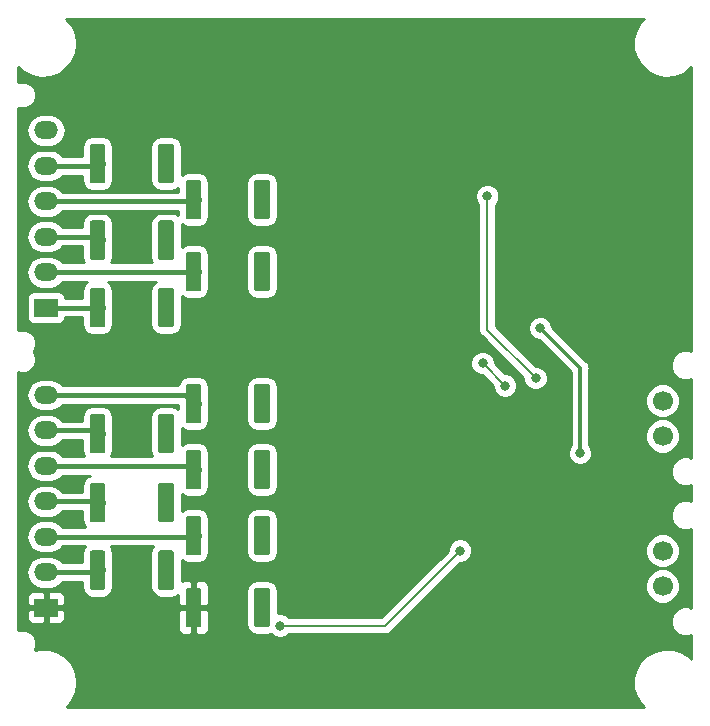
<source format=gbr>
G04 #@! TF.GenerationSoftware,KiCad,Pcbnew,(5.0.0)*
G04 #@! TF.CreationDate,2019-01-26T22:59:54-06:00*
G04 #@! TF.ProjectId,BPSVoltage,425053566F6C746167652E6B69636164,rev?*
G04 #@! TF.SameCoordinates,Original*
G04 #@! TF.FileFunction,Copper,L2,Bot,Signal*
G04 #@! TF.FilePolarity,Positive*
%FSLAX46Y46*%
G04 Gerber Fmt 4.6, Leading zero omitted, Abs format (unit mm)*
G04 Created by KiCad (PCBNEW (5.0.0)) date 01/26/19 22:59:54*
%MOMM*%
%LPD*%
G01*
G04 APERTURE LIST*
G04 #@! TA.AperFunction,ComponentPad*
%ADD10R,2.000000X1.500000*%
G04 #@! TD*
G04 #@! TA.AperFunction,ComponentPad*
%ADD11O,2.000000X1.500000*%
G04 #@! TD*
G04 #@! TA.AperFunction,ComponentPad*
%ADD12C,1.700000*%
G04 #@! TD*
G04 #@! TA.AperFunction,Conductor*
%ADD13C,0.100000*%
G04 #@! TD*
G04 #@! TA.AperFunction,SMDPad,CuDef*
%ADD14C,1.350000*%
G04 #@! TD*
G04 #@! TA.AperFunction,ViaPad*
%ADD15C,0.800000*%
G04 #@! TD*
G04 #@! TA.AperFunction,Conductor*
%ADD16C,0.203200*%
G04 #@! TD*
G04 #@! TA.AperFunction,Conductor*
%ADD17C,0.381000*%
G04 #@! TD*
G04 #@! TA.AperFunction,Conductor*
%ADD18C,0.304800*%
G04 #@! TD*
G04 #@! TA.AperFunction,Conductor*
%ADD19C,0.254000*%
G04 #@! TD*
G04 APERTURE END LIST*
D10*
G04 #@! TO.P,J4,1*
G04 #@! TO.N,GND*
X170688000Y-69596000D03*
D11*
G04 #@! TO.P,J4,2*
G04 #@! TO.N,/Batt1*
X170688000Y-66596000D03*
G04 #@! TO.P,J4,3*
G04 #@! TO.N,/Batt2*
X170688000Y-63596000D03*
G04 #@! TO.P,J4,4*
G04 #@! TO.N,/Batt3*
X170688000Y-60596000D03*
G04 #@! TO.P,J4,5*
G04 #@! TO.N,/Batt4*
X170688000Y-57596000D03*
G04 #@! TO.P,J4,6*
G04 #@! TO.N,/Batt5*
X170688000Y-54596000D03*
G04 #@! TO.P,J4,7*
G04 #@! TO.N,/Batt6*
X170688000Y-51596000D03*
G04 #@! TD*
D10*
G04 #@! TO.P,J3,1*
G04 #@! TO.N,/Batt7*
X170688000Y-44196000D03*
D11*
G04 #@! TO.P,J3,2*
G04 #@! TO.N,/Batt8*
X170688000Y-41196000D03*
G04 #@! TO.P,J3,3*
G04 #@! TO.N,/Batt9*
X170688000Y-38196000D03*
G04 #@! TO.P,J3,4*
G04 #@! TO.N,/Batt10*
X170688000Y-35196000D03*
G04 #@! TO.P,J3,5*
G04 #@! TO.N,/Batt11*
X170688000Y-32196000D03*
G04 #@! TO.P,J3,6*
G04 #@! TO.N,/Batt12*
X170688000Y-29196000D03*
G04 #@! TD*
D12*
G04 #@! TO.P,J1,1*
G04 #@! TO.N,Net-(J1-Pad1)*
X222885000Y-52070000D03*
G04 #@! TO.P,J1,2*
G04 #@! TO.N,Net-(J1-Pad2)*
X222885000Y-55070000D03*
G04 #@! TD*
G04 #@! TO.P,J2,2*
G04 #@! TO.N,Net-(J2-Pad2)*
X222885000Y-67770000D03*
G04 #@! TO.P,J2,1*
G04 #@! TO.N,Net-(J2-Pad1)*
X222885000Y-64770000D03*
G04 #@! TD*
D13*
G04 #@! TO.N,Net-(Q1-Pad3)*
G04 #@! TO.C,R4*
G36*
X181297505Y-30330204D02*
X181321773Y-30333804D01*
X181345572Y-30339765D01*
X181368671Y-30348030D01*
X181390850Y-30358520D01*
X181411893Y-30371132D01*
X181431599Y-30385747D01*
X181449777Y-30402223D01*
X181466253Y-30420401D01*
X181480868Y-30440107D01*
X181493480Y-30461150D01*
X181503970Y-30483329D01*
X181512235Y-30506428D01*
X181518196Y-30530227D01*
X181521796Y-30554495D01*
X181523000Y-30578999D01*
X181523000Y-33429001D01*
X181521796Y-33453505D01*
X181518196Y-33477773D01*
X181512235Y-33501572D01*
X181503970Y-33524671D01*
X181493480Y-33546850D01*
X181480868Y-33567893D01*
X181466253Y-33587599D01*
X181449777Y-33605777D01*
X181431599Y-33622253D01*
X181411893Y-33636868D01*
X181390850Y-33649480D01*
X181368671Y-33659970D01*
X181345572Y-33668235D01*
X181321773Y-33674196D01*
X181297505Y-33677796D01*
X181273001Y-33679000D01*
X180422999Y-33679000D01*
X180398495Y-33677796D01*
X180374227Y-33674196D01*
X180350428Y-33668235D01*
X180327329Y-33659970D01*
X180305150Y-33649480D01*
X180284107Y-33636868D01*
X180264401Y-33622253D01*
X180246223Y-33605777D01*
X180229747Y-33587599D01*
X180215132Y-33567893D01*
X180202520Y-33546850D01*
X180192030Y-33524671D01*
X180183765Y-33501572D01*
X180177804Y-33477773D01*
X180174204Y-33453505D01*
X180173000Y-33429001D01*
X180173000Y-30578999D01*
X180174204Y-30554495D01*
X180177804Y-30530227D01*
X180183765Y-30506428D01*
X180192030Y-30483329D01*
X180202520Y-30461150D01*
X180215132Y-30440107D01*
X180229747Y-30420401D01*
X180246223Y-30402223D01*
X180264401Y-30385747D01*
X180284107Y-30371132D01*
X180305150Y-30358520D01*
X180327329Y-30348030D01*
X180350428Y-30339765D01*
X180374227Y-30333804D01*
X180398495Y-30330204D01*
X180422999Y-30329000D01*
X181273001Y-30329000D01*
X181297505Y-30330204D01*
X181297505Y-30330204D01*
G37*
D14*
G04 #@! TD*
G04 #@! TO.P,R4,2*
G04 #@! TO.N,Net-(Q1-Pad3)*
X180848000Y-32004000D03*
D13*
G04 #@! TO.N,/Batt11*
G04 #@! TO.C,R4*
G36*
X175497505Y-30330204D02*
X175521773Y-30333804D01*
X175545572Y-30339765D01*
X175568671Y-30348030D01*
X175590850Y-30358520D01*
X175611893Y-30371132D01*
X175631599Y-30385747D01*
X175649777Y-30402223D01*
X175666253Y-30420401D01*
X175680868Y-30440107D01*
X175693480Y-30461150D01*
X175703970Y-30483329D01*
X175712235Y-30506428D01*
X175718196Y-30530227D01*
X175721796Y-30554495D01*
X175723000Y-30578999D01*
X175723000Y-33429001D01*
X175721796Y-33453505D01*
X175718196Y-33477773D01*
X175712235Y-33501572D01*
X175703970Y-33524671D01*
X175693480Y-33546850D01*
X175680868Y-33567893D01*
X175666253Y-33587599D01*
X175649777Y-33605777D01*
X175631599Y-33622253D01*
X175611893Y-33636868D01*
X175590850Y-33649480D01*
X175568671Y-33659970D01*
X175545572Y-33668235D01*
X175521773Y-33674196D01*
X175497505Y-33677796D01*
X175473001Y-33679000D01*
X174622999Y-33679000D01*
X174598495Y-33677796D01*
X174574227Y-33674196D01*
X174550428Y-33668235D01*
X174527329Y-33659970D01*
X174505150Y-33649480D01*
X174484107Y-33636868D01*
X174464401Y-33622253D01*
X174446223Y-33605777D01*
X174429747Y-33587599D01*
X174415132Y-33567893D01*
X174402520Y-33546850D01*
X174392030Y-33524671D01*
X174383765Y-33501572D01*
X174377804Y-33477773D01*
X174374204Y-33453505D01*
X174373000Y-33429001D01*
X174373000Y-30578999D01*
X174374204Y-30554495D01*
X174377804Y-30530227D01*
X174383765Y-30506428D01*
X174392030Y-30483329D01*
X174402520Y-30461150D01*
X174415132Y-30440107D01*
X174429747Y-30420401D01*
X174446223Y-30402223D01*
X174464401Y-30385747D01*
X174484107Y-30371132D01*
X174505150Y-30358520D01*
X174527329Y-30348030D01*
X174550428Y-30339765D01*
X174574227Y-30333804D01*
X174598495Y-30330204D01*
X174622999Y-30329000D01*
X175473001Y-30329000D01*
X175497505Y-30330204D01*
X175497505Y-30330204D01*
G37*
D14*
G04 #@! TD*
G04 #@! TO.P,R4,1*
G04 #@! TO.N,/Batt11*
X175048000Y-32004000D03*
D13*
G04 #@! TO.N,/Batt10*
G04 #@! TO.C,R6*
G36*
X183625505Y-33378204D02*
X183649773Y-33381804D01*
X183673572Y-33387765D01*
X183696671Y-33396030D01*
X183718850Y-33406520D01*
X183739893Y-33419132D01*
X183759599Y-33433747D01*
X183777777Y-33450223D01*
X183794253Y-33468401D01*
X183808868Y-33488107D01*
X183821480Y-33509150D01*
X183831970Y-33531329D01*
X183840235Y-33554428D01*
X183846196Y-33578227D01*
X183849796Y-33602495D01*
X183851000Y-33626999D01*
X183851000Y-36477001D01*
X183849796Y-36501505D01*
X183846196Y-36525773D01*
X183840235Y-36549572D01*
X183831970Y-36572671D01*
X183821480Y-36594850D01*
X183808868Y-36615893D01*
X183794253Y-36635599D01*
X183777777Y-36653777D01*
X183759599Y-36670253D01*
X183739893Y-36684868D01*
X183718850Y-36697480D01*
X183696671Y-36707970D01*
X183673572Y-36716235D01*
X183649773Y-36722196D01*
X183625505Y-36725796D01*
X183601001Y-36727000D01*
X182750999Y-36727000D01*
X182726495Y-36725796D01*
X182702227Y-36722196D01*
X182678428Y-36716235D01*
X182655329Y-36707970D01*
X182633150Y-36697480D01*
X182612107Y-36684868D01*
X182592401Y-36670253D01*
X182574223Y-36653777D01*
X182557747Y-36635599D01*
X182543132Y-36615893D01*
X182530520Y-36594850D01*
X182520030Y-36572671D01*
X182511765Y-36549572D01*
X182505804Y-36525773D01*
X182502204Y-36501505D01*
X182501000Y-36477001D01*
X182501000Y-33626999D01*
X182502204Y-33602495D01*
X182505804Y-33578227D01*
X182511765Y-33554428D01*
X182520030Y-33531329D01*
X182530520Y-33509150D01*
X182543132Y-33488107D01*
X182557747Y-33468401D01*
X182574223Y-33450223D01*
X182592401Y-33433747D01*
X182612107Y-33419132D01*
X182633150Y-33406520D01*
X182655329Y-33396030D01*
X182678428Y-33387765D01*
X182702227Y-33381804D01*
X182726495Y-33378204D01*
X182750999Y-33377000D01*
X183601001Y-33377000D01*
X183625505Y-33378204D01*
X183625505Y-33378204D01*
G37*
D14*
G04 #@! TD*
G04 #@! TO.P,R6,1*
G04 #@! TO.N,/Batt10*
X183176000Y-35052000D03*
D13*
G04 #@! TO.N,Net-(Q2-Pad3)*
G04 #@! TO.C,R6*
G36*
X189425505Y-33378204D02*
X189449773Y-33381804D01*
X189473572Y-33387765D01*
X189496671Y-33396030D01*
X189518850Y-33406520D01*
X189539893Y-33419132D01*
X189559599Y-33433747D01*
X189577777Y-33450223D01*
X189594253Y-33468401D01*
X189608868Y-33488107D01*
X189621480Y-33509150D01*
X189631970Y-33531329D01*
X189640235Y-33554428D01*
X189646196Y-33578227D01*
X189649796Y-33602495D01*
X189651000Y-33626999D01*
X189651000Y-36477001D01*
X189649796Y-36501505D01*
X189646196Y-36525773D01*
X189640235Y-36549572D01*
X189631970Y-36572671D01*
X189621480Y-36594850D01*
X189608868Y-36615893D01*
X189594253Y-36635599D01*
X189577777Y-36653777D01*
X189559599Y-36670253D01*
X189539893Y-36684868D01*
X189518850Y-36697480D01*
X189496671Y-36707970D01*
X189473572Y-36716235D01*
X189449773Y-36722196D01*
X189425505Y-36725796D01*
X189401001Y-36727000D01*
X188550999Y-36727000D01*
X188526495Y-36725796D01*
X188502227Y-36722196D01*
X188478428Y-36716235D01*
X188455329Y-36707970D01*
X188433150Y-36697480D01*
X188412107Y-36684868D01*
X188392401Y-36670253D01*
X188374223Y-36653777D01*
X188357747Y-36635599D01*
X188343132Y-36615893D01*
X188330520Y-36594850D01*
X188320030Y-36572671D01*
X188311765Y-36549572D01*
X188305804Y-36525773D01*
X188302204Y-36501505D01*
X188301000Y-36477001D01*
X188301000Y-33626999D01*
X188302204Y-33602495D01*
X188305804Y-33578227D01*
X188311765Y-33554428D01*
X188320030Y-33531329D01*
X188330520Y-33509150D01*
X188343132Y-33488107D01*
X188357747Y-33468401D01*
X188374223Y-33450223D01*
X188392401Y-33433747D01*
X188412107Y-33419132D01*
X188433150Y-33406520D01*
X188455329Y-33396030D01*
X188478428Y-33387765D01*
X188502227Y-33381804D01*
X188526495Y-33378204D01*
X188550999Y-33377000D01*
X189401001Y-33377000D01*
X189425505Y-33378204D01*
X189425505Y-33378204D01*
G37*
D14*
G04 #@! TD*
G04 #@! TO.P,R6,2*
G04 #@! TO.N,Net-(Q2-Pad3)*
X188976000Y-35052000D03*
D13*
G04 #@! TO.N,Net-(Q3-Pad3)*
G04 #@! TO.C,R8*
G36*
X181297505Y-36807204D02*
X181321773Y-36810804D01*
X181345572Y-36816765D01*
X181368671Y-36825030D01*
X181390850Y-36835520D01*
X181411893Y-36848132D01*
X181431599Y-36862747D01*
X181449777Y-36879223D01*
X181466253Y-36897401D01*
X181480868Y-36917107D01*
X181493480Y-36938150D01*
X181503970Y-36960329D01*
X181512235Y-36983428D01*
X181518196Y-37007227D01*
X181521796Y-37031495D01*
X181523000Y-37055999D01*
X181523000Y-39906001D01*
X181521796Y-39930505D01*
X181518196Y-39954773D01*
X181512235Y-39978572D01*
X181503970Y-40001671D01*
X181493480Y-40023850D01*
X181480868Y-40044893D01*
X181466253Y-40064599D01*
X181449777Y-40082777D01*
X181431599Y-40099253D01*
X181411893Y-40113868D01*
X181390850Y-40126480D01*
X181368671Y-40136970D01*
X181345572Y-40145235D01*
X181321773Y-40151196D01*
X181297505Y-40154796D01*
X181273001Y-40156000D01*
X180422999Y-40156000D01*
X180398495Y-40154796D01*
X180374227Y-40151196D01*
X180350428Y-40145235D01*
X180327329Y-40136970D01*
X180305150Y-40126480D01*
X180284107Y-40113868D01*
X180264401Y-40099253D01*
X180246223Y-40082777D01*
X180229747Y-40064599D01*
X180215132Y-40044893D01*
X180202520Y-40023850D01*
X180192030Y-40001671D01*
X180183765Y-39978572D01*
X180177804Y-39954773D01*
X180174204Y-39930505D01*
X180173000Y-39906001D01*
X180173000Y-37055999D01*
X180174204Y-37031495D01*
X180177804Y-37007227D01*
X180183765Y-36983428D01*
X180192030Y-36960329D01*
X180202520Y-36938150D01*
X180215132Y-36917107D01*
X180229747Y-36897401D01*
X180246223Y-36879223D01*
X180264401Y-36862747D01*
X180284107Y-36848132D01*
X180305150Y-36835520D01*
X180327329Y-36825030D01*
X180350428Y-36816765D01*
X180374227Y-36810804D01*
X180398495Y-36807204D01*
X180422999Y-36806000D01*
X181273001Y-36806000D01*
X181297505Y-36807204D01*
X181297505Y-36807204D01*
G37*
D14*
G04 #@! TD*
G04 #@! TO.P,R8,2*
G04 #@! TO.N,Net-(Q3-Pad3)*
X180848000Y-38481000D03*
D13*
G04 #@! TO.N,/Batt9*
G04 #@! TO.C,R8*
G36*
X175497505Y-36807204D02*
X175521773Y-36810804D01*
X175545572Y-36816765D01*
X175568671Y-36825030D01*
X175590850Y-36835520D01*
X175611893Y-36848132D01*
X175631599Y-36862747D01*
X175649777Y-36879223D01*
X175666253Y-36897401D01*
X175680868Y-36917107D01*
X175693480Y-36938150D01*
X175703970Y-36960329D01*
X175712235Y-36983428D01*
X175718196Y-37007227D01*
X175721796Y-37031495D01*
X175723000Y-37055999D01*
X175723000Y-39906001D01*
X175721796Y-39930505D01*
X175718196Y-39954773D01*
X175712235Y-39978572D01*
X175703970Y-40001671D01*
X175693480Y-40023850D01*
X175680868Y-40044893D01*
X175666253Y-40064599D01*
X175649777Y-40082777D01*
X175631599Y-40099253D01*
X175611893Y-40113868D01*
X175590850Y-40126480D01*
X175568671Y-40136970D01*
X175545572Y-40145235D01*
X175521773Y-40151196D01*
X175497505Y-40154796D01*
X175473001Y-40156000D01*
X174622999Y-40156000D01*
X174598495Y-40154796D01*
X174574227Y-40151196D01*
X174550428Y-40145235D01*
X174527329Y-40136970D01*
X174505150Y-40126480D01*
X174484107Y-40113868D01*
X174464401Y-40099253D01*
X174446223Y-40082777D01*
X174429747Y-40064599D01*
X174415132Y-40044893D01*
X174402520Y-40023850D01*
X174392030Y-40001671D01*
X174383765Y-39978572D01*
X174377804Y-39954773D01*
X174374204Y-39930505D01*
X174373000Y-39906001D01*
X174373000Y-37055999D01*
X174374204Y-37031495D01*
X174377804Y-37007227D01*
X174383765Y-36983428D01*
X174392030Y-36960329D01*
X174402520Y-36938150D01*
X174415132Y-36917107D01*
X174429747Y-36897401D01*
X174446223Y-36879223D01*
X174464401Y-36862747D01*
X174484107Y-36848132D01*
X174505150Y-36835520D01*
X174527329Y-36825030D01*
X174550428Y-36816765D01*
X174574227Y-36810804D01*
X174598495Y-36807204D01*
X174622999Y-36806000D01*
X175473001Y-36806000D01*
X175497505Y-36807204D01*
X175497505Y-36807204D01*
G37*
D14*
G04 #@! TD*
G04 #@! TO.P,R8,1*
G04 #@! TO.N,/Batt9*
X175048000Y-38481000D03*
D13*
G04 #@! TO.N,/Batt8*
G04 #@! TO.C,R10*
G36*
X183625505Y-39474204D02*
X183649773Y-39477804D01*
X183673572Y-39483765D01*
X183696671Y-39492030D01*
X183718850Y-39502520D01*
X183739893Y-39515132D01*
X183759599Y-39529747D01*
X183777777Y-39546223D01*
X183794253Y-39564401D01*
X183808868Y-39584107D01*
X183821480Y-39605150D01*
X183831970Y-39627329D01*
X183840235Y-39650428D01*
X183846196Y-39674227D01*
X183849796Y-39698495D01*
X183851000Y-39722999D01*
X183851000Y-42573001D01*
X183849796Y-42597505D01*
X183846196Y-42621773D01*
X183840235Y-42645572D01*
X183831970Y-42668671D01*
X183821480Y-42690850D01*
X183808868Y-42711893D01*
X183794253Y-42731599D01*
X183777777Y-42749777D01*
X183759599Y-42766253D01*
X183739893Y-42780868D01*
X183718850Y-42793480D01*
X183696671Y-42803970D01*
X183673572Y-42812235D01*
X183649773Y-42818196D01*
X183625505Y-42821796D01*
X183601001Y-42823000D01*
X182750999Y-42823000D01*
X182726495Y-42821796D01*
X182702227Y-42818196D01*
X182678428Y-42812235D01*
X182655329Y-42803970D01*
X182633150Y-42793480D01*
X182612107Y-42780868D01*
X182592401Y-42766253D01*
X182574223Y-42749777D01*
X182557747Y-42731599D01*
X182543132Y-42711893D01*
X182530520Y-42690850D01*
X182520030Y-42668671D01*
X182511765Y-42645572D01*
X182505804Y-42621773D01*
X182502204Y-42597505D01*
X182501000Y-42573001D01*
X182501000Y-39722999D01*
X182502204Y-39698495D01*
X182505804Y-39674227D01*
X182511765Y-39650428D01*
X182520030Y-39627329D01*
X182530520Y-39605150D01*
X182543132Y-39584107D01*
X182557747Y-39564401D01*
X182574223Y-39546223D01*
X182592401Y-39529747D01*
X182612107Y-39515132D01*
X182633150Y-39502520D01*
X182655329Y-39492030D01*
X182678428Y-39483765D01*
X182702227Y-39477804D01*
X182726495Y-39474204D01*
X182750999Y-39473000D01*
X183601001Y-39473000D01*
X183625505Y-39474204D01*
X183625505Y-39474204D01*
G37*
D14*
G04 #@! TD*
G04 #@! TO.P,R10,1*
G04 #@! TO.N,/Batt8*
X183176000Y-41148000D03*
D13*
G04 #@! TO.N,Net-(Q4-Pad3)*
G04 #@! TO.C,R10*
G36*
X189425505Y-39474204D02*
X189449773Y-39477804D01*
X189473572Y-39483765D01*
X189496671Y-39492030D01*
X189518850Y-39502520D01*
X189539893Y-39515132D01*
X189559599Y-39529747D01*
X189577777Y-39546223D01*
X189594253Y-39564401D01*
X189608868Y-39584107D01*
X189621480Y-39605150D01*
X189631970Y-39627329D01*
X189640235Y-39650428D01*
X189646196Y-39674227D01*
X189649796Y-39698495D01*
X189651000Y-39722999D01*
X189651000Y-42573001D01*
X189649796Y-42597505D01*
X189646196Y-42621773D01*
X189640235Y-42645572D01*
X189631970Y-42668671D01*
X189621480Y-42690850D01*
X189608868Y-42711893D01*
X189594253Y-42731599D01*
X189577777Y-42749777D01*
X189559599Y-42766253D01*
X189539893Y-42780868D01*
X189518850Y-42793480D01*
X189496671Y-42803970D01*
X189473572Y-42812235D01*
X189449773Y-42818196D01*
X189425505Y-42821796D01*
X189401001Y-42823000D01*
X188550999Y-42823000D01*
X188526495Y-42821796D01*
X188502227Y-42818196D01*
X188478428Y-42812235D01*
X188455329Y-42803970D01*
X188433150Y-42793480D01*
X188412107Y-42780868D01*
X188392401Y-42766253D01*
X188374223Y-42749777D01*
X188357747Y-42731599D01*
X188343132Y-42711893D01*
X188330520Y-42690850D01*
X188320030Y-42668671D01*
X188311765Y-42645572D01*
X188305804Y-42621773D01*
X188302204Y-42597505D01*
X188301000Y-42573001D01*
X188301000Y-39722999D01*
X188302204Y-39698495D01*
X188305804Y-39674227D01*
X188311765Y-39650428D01*
X188320030Y-39627329D01*
X188330520Y-39605150D01*
X188343132Y-39584107D01*
X188357747Y-39564401D01*
X188374223Y-39546223D01*
X188392401Y-39529747D01*
X188412107Y-39515132D01*
X188433150Y-39502520D01*
X188455329Y-39492030D01*
X188478428Y-39483765D01*
X188502227Y-39477804D01*
X188526495Y-39474204D01*
X188550999Y-39473000D01*
X189401001Y-39473000D01*
X189425505Y-39474204D01*
X189425505Y-39474204D01*
G37*
D14*
G04 #@! TD*
G04 #@! TO.P,R10,2*
G04 #@! TO.N,Net-(Q4-Pad3)*
X188976000Y-41148000D03*
D13*
G04 #@! TO.N,Net-(Q6-Pad3)*
G04 #@! TO.C,R12*
G36*
X181297505Y-42522204D02*
X181321773Y-42525804D01*
X181345572Y-42531765D01*
X181368671Y-42540030D01*
X181390850Y-42550520D01*
X181411893Y-42563132D01*
X181431599Y-42577747D01*
X181449777Y-42594223D01*
X181466253Y-42612401D01*
X181480868Y-42632107D01*
X181493480Y-42653150D01*
X181503970Y-42675329D01*
X181512235Y-42698428D01*
X181518196Y-42722227D01*
X181521796Y-42746495D01*
X181523000Y-42770999D01*
X181523000Y-45621001D01*
X181521796Y-45645505D01*
X181518196Y-45669773D01*
X181512235Y-45693572D01*
X181503970Y-45716671D01*
X181493480Y-45738850D01*
X181480868Y-45759893D01*
X181466253Y-45779599D01*
X181449777Y-45797777D01*
X181431599Y-45814253D01*
X181411893Y-45828868D01*
X181390850Y-45841480D01*
X181368671Y-45851970D01*
X181345572Y-45860235D01*
X181321773Y-45866196D01*
X181297505Y-45869796D01*
X181273001Y-45871000D01*
X180422999Y-45871000D01*
X180398495Y-45869796D01*
X180374227Y-45866196D01*
X180350428Y-45860235D01*
X180327329Y-45851970D01*
X180305150Y-45841480D01*
X180284107Y-45828868D01*
X180264401Y-45814253D01*
X180246223Y-45797777D01*
X180229747Y-45779599D01*
X180215132Y-45759893D01*
X180202520Y-45738850D01*
X180192030Y-45716671D01*
X180183765Y-45693572D01*
X180177804Y-45669773D01*
X180174204Y-45645505D01*
X180173000Y-45621001D01*
X180173000Y-42770999D01*
X180174204Y-42746495D01*
X180177804Y-42722227D01*
X180183765Y-42698428D01*
X180192030Y-42675329D01*
X180202520Y-42653150D01*
X180215132Y-42632107D01*
X180229747Y-42612401D01*
X180246223Y-42594223D01*
X180264401Y-42577747D01*
X180284107Y-42563132D01*
X180305150Y-42550520D01*
X180327329Y-42540030D01*
X180350428Y-42531765D01*
X180374227Y-42525804D01*
X180398495Y-42522204D01*
X180422999Y-42521000D01*
X181273001Y-42521000D01*
X181297505Y-42522204D01*
X181297505Y-42522204D01*
G37*
D14*
G04 #@! TD*
G04 #@! TO.P,R12,2*
G04 #@! TO.N,Net-(Q6-Pad3)*
X180848000Y-44196000D03*
D13*
G04 #@! TO.N,/Batt7*
G04 #@! TO.C,R12*
G36*
X175497505Y-42522204D02*
X175521773Y-42525804D01*
X175545572Y-42531765D01*
X175568671Y-42540030D01*
X175590850Y-42550520D01*
X175611893Y-42563132D01*
X175631599Y-42577747D01*
X175649777Y-42594223D01*
X175666253Y-42612401D01*
X175680868Y-42632107D01*
X175693480Y-42653150D01*
X175703970Y-42675329D01*
X175712235Y-42698428D01*
X175718196Y-42722227D01*
X175721796Y-42746495D01*
X175723000Y-42770999D01*
X175723000Y-45621001D01*
X175721796Y-45645505D01*
X175718196Y-45669773D01*
X175712235Y-45693572D01*
X175703970Y-45716671D01*
X175693480Y-45738850D01*
X175680868Y-45759893D01*
X175666253Y-45779599D01*
X175649777Y-45797777D01*
X175631599Y-45814253D01*
X175611893Y-45828868D01*
X175590850Y-45841480D01*
X175568671Y-45851970D01*
X175545572Y-45860235D01*
X175521773Y-45866196D01*
X175497505Y-45869796D01*
X175473001Y-45871000D01*
X174622999Y-45871000D01*
X174598495Y-45869796D01*
X174574227Y-45866196D01*
X174550428Y-45860235D01*
X174527329Y-45851970D01*
X174505150Y-45841480D01*
X174484107Y-45828868D01*
X174464401Y-45814253D01*
X174446223Y-45797777D01*
X174429747Y-45779599D01*
X174415132Y-45759893D01*
X174402520Y-45738850D01*
X174392030Y-45716671D01*
X174383765Y-45693572D01*
X174377804Y-45669773D01*
X174374204Y-45645505D01*
X174373000Y-45621001D01*
X174373000Y-42770999D01*
X174374204Y-42746495D01*
X174377804Y-42722227D01*
X174383765Y-42698428D01*
X174392030Y-42675329D01*
X174402520Y-42653150D01*
X174415132Y-42632107D01*
X174429747Y-42612401D01*
X174446223Y-42594223D01*
X174464401Y-42577747D01*
X174484107Y-42563132D01*
X174505150Y-42550520D01*
X174527329Y-42540030D01*
X174550428Y-42531765D01*
X174574227Y-42525804D01*
X174598495Y-42522204D01*
X174622999Y-42521000D01*
X175473001Y-42521000D01*
X175497505Y-42522204D01*
X175497505Y-42522204D01*
G37*
D14*
G04 #@! TD*
G04 #@! TO.P,R12,1*
G04 #@! TO.N,/Batt7*
X175048000Y-44196000D03*
D13*
G04 #@! TO.N,/Batt6*
G04 #@! TO.C,R14*
G36*
X183625505Y-50650204D02*
X183649773Y-50653804D01*
X183673572Y-50659765D01*
X183696671Y-50668030D01*
X183718850Y-50678520D01*
X183739893Y-50691132D01*
X183759599Y-50705747D01*
X183777777Y-50722223D01*
X183794253Y-50740401D01*
X183808868Y-50760107D01*
X183821480Y-50781150D01*
X183831970Y-50803329D01*
X183840235Y-50826428D01*
X183846196Y-50850227D01*
X183849796Y-50874495D01*
X183851000Y-50898999D01*
X183851000Y-53749001D01*
X183849796Y-53773505D01*
X183846196Y-53797773D01*
X183840235Y-53821572D01*
X183831970Y-53844671D01*
X183821480Y-53866850D01*
X183808868Y-53887893D01*
X183794253Y-53907599D01*
X183777777Y-53925777D01*
X183759599Y-53942253D01*
X183739893Y-53956868D01*
X183718850Y-53969480D01*
X183696671Y-53979970D01*
X183673572Y-53988235D01*
X183649773Y-53994196D01*
X183625505Y-53997796D01*
X183601001Y-53999000D01*
X182750999Y-53999000D01*
X182726495Y-53997796D01*
X182702227Y-53994196D01*
X182678428Y-53988235D01*
X182655329Y-53979970D01*
X182633150Y-53969480D01*
X182612107Y-53956868D01*
X182592401Y-53942253D01*
X182574223Y-53925777D01*
X182557747Y-53907599D01*
X182543132Y-53887893D01*
X182530520Y-53866850D01*
X182520030Y-53844671D01*
X182511765Y-53821572D01*
X182505804Y-53797773D01*
X182502204Y-53773505D01*
X182501000Y-53749001D01*
X182501000Y-50898999D01*
X182502204Y-50874495D01*
X182505804Y-50850227D01*
X182511765Y-50826428D01*
X182520030Y-50803329D01*
X182530520Y-50781150D01*
X182543132Y-50760107D01*
X182557747Y-50740401D01*
X182574223Y-50722223D01*
X182592401Y-50705747D01*
X182612107Y-50691132D01*
X182633150Y-50678520D01*
X182655329Y-50668030D01*
X182678428Y-50659765D01*
X182702227Y-50653804D01*
X182726495Y-50650204D01*
X182750999Y-50649000D01*
X183601001Y-50649000D01*
X183625505Y-50650204D01*
X183625505Y-50650204D01*
G37*
D14*
G04 #@! TD*
G04 #@! TO.P,R14,1*
G04 #@! TO.N,/Batt6*
X183176000Y-52324000D03*
D13*
G04 #@! TO.N,Net-(Q7-Pad3)*
G04 #@! TO.C,R14*
G36*
X189425505Y-50650204D02*
X189449773Y-50653804D01*
X189473572Y-50659765D01*
X189496671Y-50668030D01*
X189518850Y-50678520D01*
X189539893Y-50691132D01*
X189559599Y-50705747D01*
X189577777Y-50722223D01*
X189594253Y-50740401D01*
X189608868Y-50760107D01*
X189621480Y-50781150D01*
X189631970Y-50803329D01*
X189640235Y-50826428D01*
X189646196Y-50850227D01*
X189649796Y-50874495D01*
X189651000Y-50898999D01*
X189651000Y-53749001D01*
X189649796Y-53773505D01*
X189646196Y-53797773D01*
X189640235Y-53821572D01*
X189631970Y-53844671D01*
X189621480Y-53866850D01*
X189608868Y-53887893D01*
X189594253Y-53907599D01*
X189577777Y-53925777D01*
X189559599Y-53942253D01*
X189539893Y-53956868D01*
X189518850Y-53969480D01*
X189496671Y-53979970D01*
X189473572Y-53988235D01*
X189449773Y-53994196D01*
X189425505Y-53997796D01*
X189401001Y-53999000D01*
X188550999Y-53999000D01*
X188526495Y-53997796D01*
X188502227Y-53994196D01*
X188478428Y-53988235D01*
X188455329Y-53979970D01*
X188433150Y-53969480D01*
X188412107Y-53956868D01*
X188392401Y-53942253D01*
X188374223Y-53925777D01*
X188357747Y-53907599D01*
X188343132Y-53887893D01*
X188330520Y-53866850D01*
X188320030Y-53844671D01*
X188311765Y-53821572D01*
X188305804Y-53797773D01*
X188302204Y-53773505D01*
X188301000Y-53749001D01*
X188301000Y-50898999D01*
X188302204Y-50874495D01*
X188305804Y-50850227D01*
X188311765Y-50826428D01*
X188320030Y-50803329D01*
X188330520Y-50781150D01*
X188343132Y-50760107D01*
X188357747Y-50740401D01*
X188374223Y-50722223D01*
X188392401Y-50705747D01*
X188412107Y-50691132D01*
X188433150Y-50678520D01*
X188455329Y-50668030D01*
X188478428Y-50659765D01*
X188502227Y-50653804D01*
X188526495Y-50650204D01*
X188550999Y-50649000D01*
X189401001Y-50649000D01*
X189425505Y-50650204D01*
X189425505Y-50650204D01*
G37*
D14*
G04 #@! TD*
G04 #@! TO.P,R14,2*
G04 #@! TO.N,Net-(Q7-Pad3)*
X188976000Y-52324000D03*
D13*
G04 #@! TO.N,Net-(Q8-Pad3)*
G04 #@! TO.C,R18*
G36*
X181297505Y-53190204D02*
X181321773Y-53193804D01*
X181345572Y-53199765D01*
X181368671Y-53208030D01*
X181390850Y-53218520D01*
X181411893Y-53231132D01*
X181431599Y-53245747D01*
X181449777Y-53262223D01*
X181466253Y-53280401D01*
X181480868Y-53300107D01*
X181493480Y-53321150D01*
X181503970Y-53343329D01*
X181512235Y-53366428D01*
X181518196Y-53390227D01*
X181521796Y-53414495D01*
X181523000Y-53438999D01*
X181523000Y-56289001D01*
X181521796Y-56313505D01*
X181518196Y-56337773D01*
X181512235Y-56361572D01*
X181503970Y-56384671D01*
X181493480Y-56406850D01*
X181480868Y-56427893D01*
X181466253Y-56447599D01*
X181449777Y-56465777D01*
X181431599Y-56482253D01*
X181411893Y-56496868D01*
X181390850Y-56509480D01*
X181368671Y-56519970D01*
X181345572Y-56528235D01*
X181321773Y-56534196D01*
X181297505Y-56537796D01*
X181273001Y-56539000D01*
X180422999Y-56539000D01*
X180398495Y-56537796D01*
X180374227Y-56534196D01*
X180350428Y-56528235D01*
X180327329Y-56519970D01*
X180305150Y-56509480D01*
X180284107Y-56496868D01*
X180264401Y-56482253D01*
X180246223Y-56465777D01*
X180229747Y-56447599D01*
X180215132Y-56427893D01*
X180202520Y-56406850D01*
X180192030Y-56384671D01*
X180183765Y-56361572D01*
X180177804Y-56337773D01*
X180174204Y-56313505D01*
X180173000Y-56289001D01*
X180173000Y-53438999D01*
X180174204Y-53414495D01*
X180177804Y-53390227D01*
X180183765Y-53366428D01*
X180192030Y-53343329D01*
X180202520Y-53321150D01*
X180215132Y-53300107D01*
X180229747Y-53280401D01*
X180246223Y-53262223D01*
X180264401Y-53245747D01*
X180284107Y-53231132D01*
X180305150Y-53218520D01*
X180327329Y-53208030D01*
X180350428Y-53199765D01*
X180374227Y-53193804D01*
X180398495Y-53190204D01*
X180422999Y-53189000D01*
X181273001Y-53189000D01*
X181297505Y-53190204D01*
X181297505Y-53190204D01*
G37*
D14*
G04 #@! TD*
G04 #@! TO.P,R18,2*
G04 #@! TO.N,Net-(Q8-Pad3)*
X180848000Y-54864000D03*
D13*
G04 #@! TO.N,/Batt5*
G04 #@! TO.C,R18*
G36*
X175497505Y-53190204D02*
X175521773Y-53193804D01*
X175545572Y-53199765D01*
X175568671Y-53208030D01*
X175590850Y-53218520D01*
X175611893Y-53231132D01*
X175631599Y-53245747D01*
X175649777Y-53262223D01*
X175666253Y-53280401D01*
X175680868Y-53300107D01*
X175693480Y-53321150D01*
X175703970Y-53343329D01*
X175712235Y-53366428D01*
X175718196Y-53390227D01*
X175721796Y-53414495D01*
X175723000Y-53438999D01*
X175723000Y-56289001D01*
X175721796Y-56313505D01*
X175718196Y-56337773D01*
X175712235Y-56361572D01*
X175703970Y-56384671D01*
X175693480Y-56406850D01*
X175680868Y-56427893D01*
X175666253Y-56447599D01*
X175649777Y-56465777D01*
X175631599Y-56482253D01*
X175611893Y-56496868D01*
X175590850Y-56509480D01*
X175568671Y-56519970D01*
X175545572Y-56528235D01*
X175521773Y-56534196D01*
X175497505Y-56537796D01*
X175473001Y-56539000D01*
X174622999Y-56539000D01*
X174598495Y-56537796D01*
X174574227Y-56534196D01*
X174550428Y-56528235D01*
X174527329Y-56519970D01*
X174505150Y-56509480D01*
X174484107Y-56496868D01*
X174464401Y-56482253D01*
X174446223Y-56465777D01*
X174429747Y-56447599D01*
X174415132Y-56427893D01*
X174402520Y-56406850D01*
X174392030Y-56384671D01*
X174383765Y-56361572D01*
X174377804Y-56337773D01*
X174374204Y-56313505D01*
X174373000Y-56289001D01*
X174373000Y-53438999D01*
X174374204Y-53414495D01*
X174377804Y-53390227D01*
X174383765Y-53366428D01*
X174392030Y-53343329D01*
X174402520Y-53321150D01*
X174415132Y-53300107D01*
X174429747Y-53280401D01*
X174446223Y-53262223D01*
X174464401Y-53245747D01*
X174484107Y-53231132D01*
X174505150Y-53218520D01*
X174527329Y-53208030D01*
X174550428Y-53199765D01*
X174574227Y-53193804D01*
X174598495Y-53190204D01*
X174622999Y-53189000D01*
X175473001Y-53189000D01*
X175497505Y-53190204D01*
X175497505Y-53190204D01*
G37*
D14*
G04 #@! TD*
G04 #@! TO.P,R18,1*
G04 #@! TO.N,/Batt5*
X175048000Y-54864000D03*
D13*
G04 #@! TO.N,/Batt4*
G04 #@! TO.C,R21*
G36*
X183625505Y-56238204D02*
X183649773Y-56241804D01*
X183673572Y-56247765D01*
X183696671Y-56256030D01*
X183718850Y-56266520D01*
X183739893Y-56279132D01*
X183759599Y-56293747D01*
X183777777Y-56310223D01*
X183794253Y-56328401D01*
X183808868Y-56348107D01*
X183821480Y-56369150D01*
X183831970Y-56391329D01*
X183840235Y-56414428D01*
X183846196Y-56438227D01*
X183849796Y-56462495D01*
X183851000Y-56486999D01*
X183851000Y-59337001D01*
X183849796Y-59361505D01*
X183846196Y-59385773D01*
X183840235Y-59409572D01*
X183831970Y-59432671D01*
X183821480Y-59454850D01*
X183808868Y-59475893D01*
X183794253Y-59495599D01*
X183777777Y-59513777D01*
X183759599Y-59530253D01*
X183739893Y-59544868D01*
X183718850Y-59557480D01*
X183696671Y-59567970D01*
X183673572Y-59576235D01*
X183649773Y-59582196D01*
X183625505Y-59585796D01*
X183601001Y-59587000D01*
X182750999Y-59587000D01*
X182726495Y-59585796D01*
X182702227Y-59582196D01*
X182678428Y-59576235D01*
X182655329Y-59567970D01*
X182633150Y-59557480D01*
X182612107Y-59544868D01*
X182592401Y-59530253D01*
X182574223Y-59513777D01*
X182557747Y-59495599D01*
X182543132Y-59475893D01*
X182530520Y-59454850D01*
X182520030Y-59432671D01*
X182511765Y-59409572D01*
X182505804Y-59385773D01*
X182502204Y-59361505D01*
X182501000Y-59337001D01*
X182501000Y-56486999D01*
X182502204Y-56462495D01*
X182505804Y-56438227D01*
X182511765Y-56414428D01*
X182520030Y-56391329D01*
X182530520Y-56369150D01*
X182543132Y-56348107D01*
X182557747Y-56328401D01*
X182574223Y-56310223D01*
X182592401Y-56293747D01*
X182612107Y-56279132D01*
X182633150Y-56266520D01*
X182655329Y-56256030D01*
X182678428Y-56247765D01*
X182702227Y-56241804D01*
X182726495Y-56238204D01*
X182750999Y-56237000D01*
X183601001Y-56237000D01*
X183625505Y-56238204D01*
X183625505Y-56238204D01*
G37*
D14*
G04 #@! TD*
G04 #@! TO.P,R21,1*
G04 #@! TO.N,/Batt4*
X183176000Y-57912000D03*
D13*
G04 #@! TO.N,Net-(Q9-Pad3)*
G04 #@! TO.C,R21*
G36*
X189425505Y-56238204D02*
X189449773Y-56241804D01*
X189473572Y-56247765D01*
X189496671Y-56256030D01*
X189518850Y-56266520D01*
X189539893Y-56279132D01*
X189559599Y-56293747D01*
X189577777Y-56310223D01*
X189594253Y-56328401D01*
X189608868Y-56348107D01*
X189621480Y-56369150D01*
X189631970Y-56391329D01*
X189640235Y-56414428D01*
X189646196Y-56438227D01*
X189649796Y-56462495D01*
X189651000Y-56486999D01*
X189651000Y-59337001D01*
X189649796Y-59361505D01*
X189646196Y-59385773D01*
X189640235Y-59409572D01*
X189631970Y-59432671D01*
X189621480Y-59454850D01*
X189608868Y-59475893D01*
X189594253Y-59495599D01*
X189577777Y-59513777D01*
X189559599Y-59530253D01*
X189539893Y-59544868D01*
X189518850Y-59557480D01*
X189496671Y-59567970D01*
X189473572Y-59576235D01*
X189449773Y-59582196D01*
X189425505Y-59585796D01*
X189401001Y-59587000D01*
X188550999Y-59587000D01*
X188526495Y-59585796D01*
X188502227Y-59582196D01*
X188478428Y-59576235D01*
X188455329Y-59567970D01*
X188433150Y-59557480D01*
X188412107Y-59544868D01*
X188392401Y-59530253D01*
X188374223Y-59513777D01*
X188357747Y-59495599D01*
X188343132Y-59475893D01*
X188330520Y-59454850D01*
X188320030Y-59432671D01*
X188311765Y-59409572D01*
X188305804Y-59385773D01*
X188302204Y-59361505D01*
X188301000Y-59337001D01*
X188301000Y-56486999D01*
X188302204Y-56462495D01*
X188305804Y-56438227D01*
X188311765Y-56414428D01*
X188320030Y-56391329D01*
X188330520Y-56369150D01*
X188343132Y-56348107D01*
X188357747Y-56328401D01*
X188374223Y-56310223D01*
X188392401Y-56293747D01*
X188412107Y-56279132D01*
X188433150Y-56266520D01*
X188455329Y-56256030D01*
X188478428Y-56247765D01*
X188502227Y-56241804D01*
X188526495Y-56238204D01*
X188550999Y-56237000D01*
X189401001Y-56237000D01*
X189425505Y-56238204D01*
X189425505Y-56238204D01*
G37*
D14*
G04 #@! TD*
G04 #@! TO.P,R21,2*
G04 #@! TO.N,Net-(Q9-Pad3)*
X188976000Y-57912000D03*
D13*
G04 #@! TO.N,Net-(Q10-Pad3)*
G04 #@! TO.C,R25*
G36*
X181297505Y-59032204D02*
X181321773Y-59035804D01*
X181345572Y-59041765D01*
X181368671Y-59050030D01*
X181390850Y-59060520D01*
X181411893Y-59073132D01*
X181431599Y-59087747D01*
X181449777Y-59104223D01*
X181466253Y-59122401D01*
X181480868Y-59142107D01*
X181493480Y-59163150D01*
X181503970Y-59185329D01*
X181512235Y-59208428D01*
X181518196Y-59232227D01*
X181521796Y-59256495D01*
X181523000Y-59280999D01*
X181523000Y-62131001D01*
X181521796Y-62155505D01*
X181518196Y-62179773D01*
X181512235Y-62203572D01*
X181503970Y-62226671D01*
X181493480Y-62248850D01*
X181480868Y-62269893D01*
X181466253Y-62289599D01*
X181449777Y-62307777D01*
X181431599Y-62324253D01*
X181411893Y-62338868D01*
X181390850Y-62351480D01*
X181368671Y-62361970D01*
X181345572Y-62370235D01*
X181321773Y-62376196D01*
X181297505Y-62379796D01*
X181273001Y-62381000D01*
X180422999Y-62381000D01*
X180398495Y-62379796D01*
X180374227Y-62376196D01*
X180350428Y-62370235D01*
X180327329Y-62361970D01*
X180305150Y-62351480D01*
X180284107Y-62338868D01*
X180264401Y-62324253D01*
X180246223Y-62307777D01*
X180229747Y-62289599D01*
X180215132Y-62269893D01*
X180202520Y-62248850D01*
X180192030Y-62226671D01*
X180183765Y-62203572D01*
X180177804Y-62179773D01*
X180174204Y-62155505D01*
X180173000Y-62131001D01*
X180173000Y-59280999D01*
X180174204Y-59256495D01*
X180177804Y-59232227D01*
X180183765Y-59208428D01*
X180192030Y-59185329D01*
X180202520Y-59163150D01*
X180215132Y-59142107D01*
X180229747Y-59122401D01*
X180246223Y-59104223D01*
X180264401Y-59087747D01*
X180284107Y-59073132D01*
X180305150Y-59060520D01*
X180327329Y-59050030D01*
X180350428Y-59041765D01*
X180374227Y-59035804D01*
X180398495Y-59032204D01*
X180422999Y-59031000D01*
X181273001Y-59031000D01*
X181297505Y-59032204D01*
X181297505Y-59032204D01*
G37*
D14*
G04 #@! TD*
G04 #@! TO.P,R25,2*
G04 #@! TO.N,Net-(Q10-Pad3)*
X180848000Y-60706000D03*
D13*
G04 #@! TO.N,/Batt3*
G04 #@! TO.C,R25*
G36*
X175497505Y-59032204D02*
X175521773Y-59035804D01*
X175545572Y-59041765D01*
X175568671Y-59050030D01*
X175590850Y-59060520D01*
X175611893Y-59073132D01*
X175631599Y-59087747D01*
X175649777Y-59104223D01*
X175666253Y-59122401D01*
X175680868Y-59142107D01*
X175693480Y-59163150D01*
X175703970Y-59185329D01*
X175712235Y-59208428D01*
X175718196Y-59232227D01*
X175721796Y-59256495D01*
X175723000Y-59280999D01*
X175723000Y-62131001D01*
X175721796Y-62155505D01*
X175718196Y-62179773D01*
X175712235Y-62203572D01*
X175703970Y-62226671D01*
X175693480Y-62248850D01*
X175680868Y-62269893D01*
X175666253Y-62289599D01*
X175649777Y-62307777D01*
X175631599Y-62324253D01*
X175611893Y-62338868D01*
X175590850Y-62351480D01*
X175568671Y-62361970D01*
X175545572Y-62370235D01*
X175521773Y-62376196D01*
X175497505Y-62379796D01*
X175473001Y-62381000D01*
X174622999Y-62381000D01*
X174598495Y-62379796D01*
X174574227Y-62376196D01*
X174550428Y-62370235D01*
X174527329Y-62361970D01*
X174505150Y-62351480D01*
X174484107Y-62338868D01*
X174464401Y-62324253D01*
X174446223Y-62307777D01*
X174429747Y-62289599D01*
X174415132Y-62269893D01*
X174402520Y-62248850D01*
X174392030Y-62226671D01*
X174383765Y-62203572D01*
X174377804Y-62179773D01*
X174374204Y-62155505D01*
X174373000Y-62131001D01*
X174373000Y-59280999D01*
X174374204Y-59256495D01*
X174377804Y-59232227D01*
X174383765Y-59208428D01*
X174392030Y-59185329D01*
X174402520Y-59163150D01*
X174415132Y-59142107D01*
X174429747Y-59122401D01*
X174446223Y-59104223D01*
X174464401Y-59087747D01*
X174484107Y-59073132D01*
X174505150Y-59060520D01*
X174527329Y-59050030D01*
X174550428Y-59041765D01*
X174574227Y-59035804D01*
X174598495Y-59032204D01*
X174622999Y-59031000D01*
X175473001Y-59031000D01*
X175497505Y-59032204D01*
X175497505Y-59032204D01*
G37*
D14*
G04 #@! TD*
G04 #@! TO.P,R25,1*
G04 #@! TO.N,/Batt3*
X175048000Y-60706000D03*
D13*
G04 #@! TO.N,/Batt2*
G04 #@! TO.C,R28*
G36*
X183625505Y-61826204D02*
X183649773Y-61829804D01*
X183673572Y-61835765D01*
X183696671Y-61844030D01*
X183718850Y-61854520D01*
X183739893Y-61867132D01*
X183759599Y-61881747D01*
X183777777Y-61898223D01*
X183794253Y-61916401D01*
X183808868Y-61936107D01*
X183821480Y-61957150D01*
X183831970Y-61979329D01*
X183840235Y-62002428D01*
X183846196Y-62026227D01*
X183849796Y-62050495D01*
X183851000Y-62074999D01*
X183851000Y-64925001D01*
X183849796Y-64949505D01*
X183846196Y-64973773D01*
X183840235Y-64997572D01*
X183831970Y-65020671D01*
X183821480Y-65042850D01*
X183808868Y-65063893D01*
X183794253Y-65083599D01*
X183777777Y-65101777D01*
X183759599Y-65118253D01*
X183739893Y-65132868D01*
X183718850Y-65145480D01*
X183696671Y-65155970D01*
X183673572Y-65164235D01*
X183649773Y-65170196D01*
X183625505Y-65173796D01*
X183601001Y-65175000D01*
X182750999Y-65175000D01*
X182726495Y-65173796D01*
X182702227Y-65170196D01*
X182678428Y-65164235D01*
X182655329Y-65155970D01*
X182633150Y-65145480D01*
X182612107Y-65132868D01*
X182592401Y-65118253D01*
X182574223Y-65101777D01*
X182557747Y-65083599D01*
X182543132Y-65063893D01*
X182530520Y-65042850D01*
X182520030Y-65020671D01*
X182511765Y-64997572D01*
X182505804Y-64973773D01*
X182502204Y-64949505D01*
X182501000Y-64925001D01*
X182501000Y-62074999D01*
X182502204Y-62050495D01*
X182505804Y-62026227D01*
X182511765Y-62002428D01*
X182520030Y-61979329D01*
X182530520Y-61957150D01*
X182543132Y-61936107D01*
X182557747Y-61916401D01*
X182574223Y-61898223D01*
X182592401Y-61881747D01*
X182612107Y-61867132D01*
X182633150Y-61854520D01*
X182655329Y-61844030D01*
X182678428Y-61835765D01*
X182702227Y-61829804D01*
X182726495Y-61826204D01*
X182750999Y-61825000D01*
X183601001Y-61825000D01*
X183625505Y-61826204D01*
X183625505Y-61826204D01*
G37*
D14*
G04 #@! TD*
G04 #@! TO.P,R28,1*
G04 #@! TO.N,/Batt2*
X183176000Y-63500000D03*
D13*
G04 #@! TO.N,Net-(Q11-Pad3)*
G04 #@! TO.C,R28*
G36*
X189425505Y-61826204D02*
X189449773Y-61829804D01*
X189473572Y-61835765D01*
X189496671Y-61844030D01*
X189518850Y-61854520D01*
X189539893Y-61867132D01*
X189559599Y-61881747D01*
X189577777Y-61898223D01*
X189594253Y-61916401D01*
X189608868Y-61936107D01*
X189621480Y-61957150D01*
X189631970Y-61979329D01*
X189640235Y-62002428D01*
X189646196Y-62026227D01*
X189649796Y-62050495D01*
X189651000Y-62074999D01*
X189651000Y-64925001D01*
X189649796Y-64949505D01*
X189646196Y-64973773D01*
X189640235Y-64997572D01*
X189631970Y-65020671D01*
X189621480Y-65042850D01*
X189608868Y-65063893D01*
X189594253Y-65083599D01*
X189577777Y-65101777D01*
X189559599Y-65118253D01*
X189539893Y-65132868D01*
X189518850Y-65145480D01*
X189496671Y-65155970D01*
X189473572Y-65164235D01*
X189449773Y-65170196D01*
X189425505Y-65173796D01*
X189401001Y-65175000D01*
X188550999Y-65175000D01*
X188526495Y-65173796D01*
X188502227Y-65170196D01*
X188478428Y-65164235D01*
X188455329Y-65155970D01*
X188433150Y-65145480D01*
X188412107Y-65132868D01*
X188392401Y-65118253D01*
X188374223Y-65101777D01*
X188357747Y-65083599D01*
X188343132Y-65063893D01*
X188330520Y-65042850D01*
X188320030Y-65020671D01*
X188311765Y-64997572D01*
X188305804Y-64973773D01*
X188302204Y-64949505D01*
X188301000Y-64925001D01*
X188301000Y-62074999D01*
X188302204Y-62050495D01*
X188305804Y-62026227D01*
X188311765Y-62002428D01*
X188320030Y-61979329D01*
X188330520Y-61957150D01*
X188343132Y-61936107D01*
X188357747Y-61916401D01*
X188374223Y-61898223D01*
X188392401Y-61881747D01*
X188412107Y-61867132D01*
X188433150Y-61854520D01*
X188455329Y-61844030D01*
X188478428Y-61835765D01*
X188502227Y-61829804D01*
X188526495Y-61826204D01*
X188550999Y-61825000D01*
X189401001Y-61825000D01*
X189425505Y-61826204D01*
X189425505Y-61826204D01*
G37*
D14*
G04 #@! TD*
G04 #@! TO.P,R28,2*
G04 #@! TO.N,Net-(Q11-Pad3)*
X188976000Y-63500000D03*
D13*
G04 #@! TO.N,Net-(Q12-Pad3)*
G04 #@! TO.C,R30*
G36*
X181297505Y-64747204D02*
X181321773Y-64750804D01*
X181345572Y-64756765D01*
X181368671Y-64765030D01*
X181390850Y-64775520D01*
X181411893Y-64788132D01*
X181431599Y-64802747D01*
X181449777Y-64819223D01*
X181466253Y-64837401D01*
X181480868Y-64857107D01*
X181493480Y-64878150D01*
X181503970Y-64900329D01*
X181512235Y-64923428D01*
X181518196Y-64947227D01*
X181521796Y-64971495D01*
X181523000Y-64995999D01*
X181523000Y-67846001D01*
X181521796Y-67870505D01*
X181518196Y-67894773D01*
X181512235Y-67918572D01*
X181503970Y-67941671D01*
X181493480Y-67963850D01*
X181480868Y-67984893D01*
X181466253Y-68004599D01*
X181449777Y-68022777D01*
X181431599Y-68039253D01*
X181411893Y-68053868D01*
X181390850Y-68066480D01*
X181368671Y-68076970D01*
X181345572Y-68085235D01*
X181321773Y-68091196D01*
X181297505Y-68094796D01*
X181273001Y-68096000D01*
X180422999Y-68096000D01*
X180398495Y-68094796D01*
X180374227Y-68091196D01*
X180350428Y-68085235D01*
X180327329Y-68076970D01*
X180305150Y-68066480D01*
X180284107Y-68053868D01*
X180264401Y-68039253D01*
X180246223Y-68022777D01*
X180229747Y-68004599D01*
X180215132Y-67984893D01*
X180202520Y-67963850D01*
X180192030Y-67941671D01*
X180183765Y-67918572D01*
X180177804Y-67894773D01*
X180174204Y-67870505D01*
X180173000Y-67846001D01*
X180173000Y-64995999D01*
X180174204Y-64971495D01*
X180177804Y-64947227D01*
X180183765Y-64923428D01*
X180192030Y-64900329D01*
X180202520Y-64878150D01*
X180215132Y-64857107D01*
X180229747Y-64837401D01*
X180246223Y-64819223D01*
X180264401Y-64802747D01*
X180284107Y-64788132D01*
X180305150Y-64775520D01*
X180327329Y-64765030D01*
X180350428Y-64756765D01*
X180374227Y-64750804D01*
X180398495Y-64747204D01*
X180422999Y-64746000D01*
X181273001Y-64746000D01*
X181297505Y-64747204D01*
X181297505Y-64747204D01*
G37*
D14*
G04 #@! TD*
G04 #@! TO.P,R30,2*
G04 #@! TO.N,Net-(Q12-Pad3)*
X180848000Y-66421000D03*
D13*
G04 #@! TO.N,/Batt1*
G04 #@! TO.C,R30*
G36*
X175497505Y-64747204D02*
X175521773Y-64750804D01*
X175545572Y-64756765D01*
X175568671Y-64765030D01*
X175590850Y-64775520D01*
X175611893Y-64788132D01*
X175631599Y-64802747D01*
X175649777Y-64819223D01*
X175666253Y-64837401D01*
X175680868Y-64857107D01*
X175693480Y-64878150D01*
X175703970Y-64900329D01*
X175712235Y-64923428D01*
X175718196Y-64947227D01*
X175721796Y-64971495D01*
X175723000Y-64995999D01*
X175723000Y-67846001D01*
X175721796Y-67870505D01*
X175718196Y-67894773D01*
X175712235Y-67918572D01*
X175703970Y-67941671D01*
X175693480Y-67963850D01*
X175680868Y-67984893D01*
X175666253Y-68004599D01*
X175649777Y-68022777D01*
X175631599Y-68039253D01*
X175611893Y-68053868D01*
X175590850Y-68066480D01*
X175568671Y-68076970D01*
X175545572Y-68085235D01*
X175521773Y-68091196D01*
X175497505Y-68094796D01*
X175473001Y-68096000D01*
X174622999Y-68096000D01*
X174598495Y-68094796D01*
X174574227Y-68091196D01*
X174550428Y-68085235D01*
X174527329Y-68076970D01*
X174505150Y-68066480D01*
X174484107Y-68053868D01*
X174464401Y-68039253D01*
X174446223Y-68022777D01*
X174429747Y-68004599D01*
X174415132Y-67984893D01*
X174402520Y-67963850D01*
X174392030Y-67941671D01*
X174383765Y-67918572D01*
X174377804Y-67894773D01*
X174374204Y-67870505D01*
X174373000Y-67846001D01*
X174373000Y-64995999D01*
X174374204Y-64971495D01*
X174377804Y-64947227D01*
X174383765Y-64923428D01*
X174392030Y-64900329D01*
X174402520Y-64878150D01*
X174415132Y-64857107D01*
X174429747Y-64837401D01*
X174446223Y-64819223D01*
X174464401Y-64802747D01*
X174484107Y-64788132D01*
X174505150Y-64775520D01*
X174527329Y-64765030D01*
X174550428Y-64756765D01*
X174574227Y-64750804D01*
X174598495Y-64747204D01*
X174622999Y-64746000D01*
X175473001Y-64746000D01*
X175497505Y-64747204D01*
X175497505Y-64747204D01*
G37*
D14*
G04 #@! TD*
G04 #@! TO.P,R30,1*
G04 #@! TO.N,/Batt1*
X175048000Y-66421000D03*
D13*
G04 #@! TO.N,GND*
G04 #@! TO.C,R32*
G36*
X183625505Y-67922204D02*
X183649773Y-67925804D01*
X183673572Y-67931765D01*
X183696671Y-67940030D01*
X183718850Y-67950520D01*
X183739893Y-67963132D01*
X183759599Y-67977747D01*
X183777777Y-67994223D01*
X183794253Y-68012401D01*
X183808868Y-68032107D01*
X183821480Y-68053150D01*
X183831970Y-68075329D01*
X183840235Y-68098428D01*
X183846196Y-68122227D01*
X183849796Y-68146495D01*
X183851000Y-68170999D01*
X183851000Y-71021001D01*
X183849796Y-71045505D01*
X183846196Y-71069773D01*
X183840235Y-71093572D01*
X183831970Y-71116671D01*
X183821480Y-71138850D01*
X183808868Y-71159893D01*
X183794253Y-71179599D01*
X183777777Y-71197777D01*
X183759599Y-71214253D01*
X183739893Y-71228868D01*
X183718850Y-71241480D01*
X183696671Y-71251970D01*
X183673572Y-71260235D01*
X183649773Y-71266196D01*
X183625505Y-71269796D01*
X183601001Y-71271000D01*
X182750999Y-71271000D01*
X182726495Y-71269796D01*
X182702227Y-71266196D01*
X182678428Y-71260235D01*
X182655329Y-71251970D01*
X182633150Y-71241480D01*
X182612107Y-71228868D01*
X182592401Y-71214253D01*
X182574223Y-71197777D01*
X182557747Y-71179599D01*
X182543132Y-71159893D01*
X182530520Y-71138850D01*
X182520030Y-71116671D01*
X182511765Y-71093572D01*
X182505804Y-71069773D01*
X182502204Y-71045505D01*
X182501000Y-71021001D01*
X182501000Y-68170999D01*
X182502204Y-68146495D01*
X182505804Y-68122227D01*
X182511765Y-68098428D01*
X182520030Y-68075329D01*
X182530520Y-68053150D01*
X182543132Y-68032107D01*
X182557747Y-68012401D01*
X182574223Y-67994223D01*
X182592401Y-67977747D01*
X182612107Y-67963132D01*
X182633150Y-67950520D01*
X182655329Y-67940030D01*
X182678428Y-67931765D01*
X182702227Y-67925804D01*
X182726495Y-67922204D01*
X182750999Y-67921000D01*
X183601001Y-67921000D01*
X183625505Y-67922204D01*
X183625505Y-67922204D01*
G37*
D14*
G04 #@! TD*
G04 #@! TO.P,R32,1*
G04 #@! TO.N,GND*
X183176000Y-69596000D03*
D13*
G04 #@! TO.N,Net-(Q13-Pad3)*
G04 #@! TO.C,R32*
G36*
X189425505Y-67922204D02*
X189449773Y-67925804D01*
X189473572Y-67931765D01*
X189496671Y-67940030D01*
X189518850Y-67950520D01*
X189539893Y-67963132D01*
X189559599Y-67977747D01*
X189577777Y-67994223D01*
X189594253Y-68012401D01*
X189608868Y-68032107D01*
X189621480Y-68053150D01*
X189631970Y-68075329D01*
X189640235Y-68098428D01*
X189646196Y-68122227D01*
X189649796Y-68146495D01*
X189651000Y-68170999D01*
X189651000Y-71021001D01*
X189649796Y-71045505D01*
X189646196Y-71069773D01*
X189640235Y-71093572D01*
X189631970Y-71116671D01*
X189621480Y-71138850D01*
X189608868Y-71159893D01*
X189594253Y-71179599D01*
X189577777Y-71197777D01*
X189559599Y-71214253D01*
X189539893Y-71228868D01*
X189518850Y-71241480D01*
X189496671Y-71251970D01*
X189473572Y-71260235D01*
X189449773Y-71266196D01*
X189425505Y-71269796D01*
X189401001Y-71271000D01*
X188550999Y-71271000D01*
X188526495Y-71269796D01*
X188502227Y-71266196D01*
X188478428Y-71260235D01*
X188455329Y-71251970D01*
X188433150Y-71241480D01*
X188412107Y-71228868D01*
X188392401Y-71214253D01*
X188374223Y-71197777D01*
X188357747Y-71179599D01*
X188343132Y-71159893D01*
X188330520Y-71138850D01*
X188320030Y-71116671D01*
X188311765Y-71093572D01*
X188305804Y-71069773D01*
X188302204Y-71045505D01*
X188301000Y-71021001D01*
X188301000Y-68170999D01*
X188302204Y-68146495D01*
X188305804Y-68122227D01*
X188311765Y-68098428D01*
X188320030Y-68075329D01*
X188330520Y-68053150D01*
X188343132Y-68032107D01*
X188357747Y-68012401D01*
X188374223Y-67994223D01*
X188392401Y-67977747D01*
X188412107Y-67963132D01*
X188433150Y-67950520D01*
X188455329Y-67940030D01*
X188478428Y-67931765D01*
X188502227Y-67925804D01*
X188526495Y-67922204D01*
X188550999Y-67921000D01*
X189401001Y-67921000D01*
X189425505Y-67922204D01*
X189425505Y-67922204D01*
G37*
D14*
G04 #@! TD*
G04 #@! TO.P,R32,2*
G04 #@! TO.N,Net-(Q13-Pad3)*
X188976000Y-69596000D03*
D15*
G04 #@! TO.N,GND*
X207645000Y-55880000D03*
X199390000Y-31750000D03*
G04 #@! TO.N,/VREG*
X208040000Y-34748000D03*
X212135962Y-50165000D03*
G04 #@! TO.N,Net-(Q1-Pad3)*
X180848000Y-32004000D03*
G04 #@! TO.N,Net-(Q2-Pad3)*
X188976000Y-35052000D03*
G04 #@! TO.N,Net-(Q3-Pad3)*
X180848000Y-38481000D03*
G04 #@! TO.N,Net-(Q4-Pad3)*
X188976000Y-41148000D03*
G04 #@! TO.N,Net-(Q5-Pad1)*
X207645000Y-48895000D03*
X209550000Y-50800000D03*
G04 #@! TO.N,Net-(Q6-Pad3)*
X180848000Y-44196000D03*
G04 #@! TO.N,Net-(Q7-Pad3)*
X188976000Y-52324000D03*
G04 #@! TO.N,Net-(Q8-Pad3)*
X180848000Y-54864000D03*
G04 #@! TO.N,Net-(Q9-Pad3)*
X188976000Y-57912000D03*
G04 #@! TO.N,Net-(Q10-Pad3)*
X180848000Y-60706000D03*
G04 #@! TO.N,Net-(Q11-Pad3)*
X188976000Y-63500000D03*
G04 #@! TO.N,Net-(Q12-Pad3)*
X180848000Y-66421000D03*
G04 #@! TO.N,Net-(Q13-Pad3)*
X188976000Y-69596000D03*
G04 #@! TO.N,Net-(Q13-Pad1)*
X205740000Y-64770000D03*
X190500000Y-71120000D03*
G04 #@! TO.N,/IMB*
X212520022Y-45924978D03*
X215900000Y-56515000D03*
G04 #@! TD*
D16*
G04 #@! TO.N,/VREG*
X208040000Y-34748000D02*
X208040000Y-46069038D01*
X208040000Y-46069038D02*
X212135962Y-50165000D01*
D17*
G04 #@! TO.N,/Batt7*
X170688000Y-44196000D02*
X175048000Y-44196000D01*
G04 #@! TO.N,/Batt8*
X183128000Y-41196000D02*
X183176000Y-41148000D01*
X170688000Y-41196000D02*
X183128000Y-41196000D01*
G04 #@! TO.N,/Batt9*
X174763000Y-38196000D02*
X175048000Y-38481000D01*
X170688000Y-38196000D02*
X174763000Y-38196000D01*
G04 #@! TO.N,/Batt10*
X183032000Y-35196000D02*
X183176000Y-35052000D01*
X170688000Y-35196000D02*
X183032000Y-35196000D01*
G04 #@! TO.N,/Batt11*
X174856000Y-32196000D02*
X175048000Y-32004000D01*
X170688000Y-32196000D02*
X174856000Y-32196000D01*
G04 #@! TO.N,/Batt1*
X174873000Y-66596000D02*
X175048000Y-66421000D01*
X170688000Y-66596000D02*
X174873000Y-66596000D01*
G04 #@! TO.N,/Batt2*
X183080000Y-63596000D02*
X183176000Y-63500000D01*
X170688000Y-63596000D02*
X183080000Y-63596000D01*
G04 #@! TO.N,/Batt3*
X174938000Y-60596000D02*
X175048000Y-60706000D01*
X170688000Y-60596000D02*
X174938000Y-60596000D01*
G04 #@! TO.N,/Batt4*
X182860000Y-57596000D02*
X183176000Y-57912000D01*
X170688000Y-57596000D02*
X182860000Y-57596000D01*
G04 #@! TO.N,/Batt5*
X174780000Y-54596000D02*
X175048000Y-54864000D01*
X170688000Y-54596000D02*
X174780000Y-54596000D01*
G04 #@! TO.N,/Batt6*
X182448000Y-51596000D02*
X183176000Y-52324000D01*
X170688000Y-51596000D02*
X182448000Y-51596000D01*
D16*
G04 #@! TO.N,Net-(Q5-Pad1)*
X207645000Y-48895000D02*
X209550000Y-50800000D01*
G04 #@! TO.N,Net-(Q13-Pad1)*
X205740000Y-64770000D02*
X199390000Y-71120000D01*
X199390000Y-71120000D02*
X190500000Y-71120000D01*
D18*
G04 #@! TO.N,/IMB*
X212520022Y-45924978D02*
X215900000Y-49304956D01*
X215900000Y-49304956D02*
X215900000Y-56515000D01*
G04 #@! TD*
D19*
G04 #@! TO.N,GND*
G36*
X221001910Y-20049504D02*
X220602737Y-20724467D01*
X220399781Y-21481912D01*
X220407992Y-22266034D01*
X220626767Y-23019062D01*
X221039987Y-23685518D01*
X221617209Y-24216300D01*
X222315904Y-24572303D01*
X223084598Y-24727299D01*
X223866657Y-24669868D01*
X224604462Y-24404242D01*
X225243657Y-23949990D01*
X225325001Y-23849539D01*
X225325001Y-47894185D01*
X225097619Y-47800000D01*
X224592381Y-47800000D01*
X224125603Y-47993346D01*
X223768346Y-48350603D01*
X223575000Y-48817381D01*
X223575000Y-49322619D01*
X223768346Y-49789397D01*
X224125603Y-50146654D01*
X224592381Y-50340000D01*
X225097619Y-50340000D01*
X225325000Y-50245815D01*
X225325000Y-56894185D01*
X225097619Y-56800000D01*
X224592381Y-56800000D01*
X224125603Y-56993346D01*
X223768346Y-57350603D01*
X223575000Y-57817381D01*
X223575000Y-58322619D01*
X223768346Y-58789397D01*
X224125603Y-59146654D01*
X224592381Y-59340000D01*
X225097619Y-59340000D01*
X225325000Y-59245815D01*
X225325000Y-60594185D01*
X225097619Y-60500000D01*
X224592381Y-60500000D01*
X224125603Y-60693346D01*
X223768346Y-61050603D01*
X223575000Y-61517381D01*
X223575000Y-62022619D01*
X223768346Y-62489397D01*
X224125603Y-62846654D01*
X224592381Y-63040000D01*
X225097619Y-63040000D01*
X225325000Y-62945815D01*
X225325000Y-69594184D01*
X225097619Y-69500000D01*
X224592381Y-69500000D01*
X224125603Y-69693346D01*
X223768346Y-70050603D01*
X223575000Y-70517381D01*
X223575000Y-71022619D01*
X223768346Y-71489397D01*
X224125603Y-71846654D01*
X224592381Y-72040000D01*
X225097619Y-72040000D01*
X225325000Y-71945816D01*
X225325000Y-73948016D01*
X225199118Y-73799055D01*
X224550551Y-73358289D01*
X223807345Y-73108172D01*
X223024255Y-73067132D01*
X222258975Y-73238192D01*
X221567888Y-73608750D01*
X221001910Y-74151504D01*
X220602737Y-74826467D01*
X220399781Y-75583912D01*
X220407992Y-76368034D01*
X220626767Y-77121062D01*
X221039987Y-77787518D01*
X221303685Y-78030000D01*
X172429464Y-78030000D01*
X172905147Y-77442580D01*
X173216577Y-76722909D01*
X173323000Y-75946000D01*
X173322366Y-75885497D01*
X173199696Y-75110987D01*
X172873263Y-74397996D01*
X172367118Y-73799055D01*
X171718551Y-73358289D01*
X170975345Y-73108172D01*
X170192255Y-73067132D01*
X169717401Y-73173274D01*
X169863000Y-72821766D01*
X169863000Y-72370234D01*
X169690207Y-71953074D01*
X169370926Y-71633793D01*
X168953766Y-71461000D01*
X168502234Y-71461000D01*
X168350000Y-71524057D01*
X168350000Y-69881750D01*
X169053000Y-69881750D01*
X169053000Y-70472309D01*
X169149673Y-70705698D01*
X169328301Y-70884327D01*
X169561690Y-70981000D01*
X170402250Y-70981000D01*
X170561000Y-70822250D01*
X170561000Y-69723000D01*
X170815000Y-69723000D01*
X170815000Y-70822250D01*
X170973750Y-70981000D01*
X171814310Y-70981000D01*
X172047699Y-70884327D01*
X172226327Y-70705698D01*
X172323000Y-70472309D01*
X172323000Y-69881750D01*
X181866000Y-69881750D01*
X181866000Y-71397310D01*
X181962673Y-71630699D01*
X182141302Y-71809327D01*
X182374691Y-71906000D01*
X182890250Y-71906000D01*
X183049000Y-71747250D01*
X183049000Y-69723000D01*
X183303000Y-69723000D01*
X183303000Y-71747250D01*
X183461750Y-71906000D01*
X183977309Y-71906000D01*
X184210698Y-71809327D01*
X184389327Y-71630699D01*
X184486000Y-71397310D01*
X184486000Y-69881750D01*
X184327250Y-69723000D01*
X183303000Y-69723000D01*
X183049000Y-69723000D01*
X182024750Y-69723000D01*
X181866000Y-69881750D01*
X172323000Y-69881750D01*
X172164250Y-69723000D01*
X170815000Y-69723000D01*
X170561000Y-69723000D01*
X169211750Y-69723000D01*
X169053000Y-69881750D01*
X168350000Y-69881750D01*
X168350000Y-68719691D01*
X169053000Y-68719691D01*
X169053000Y-69310250D01*
X169211750Y-69469000D01*
X170561000Y-69469000D01*
X170561000Y-68369750D01*
X170815000Y-68369750D01*
X170815000Y-69469000D01*
X172164250Y-69469000D01*
X172323000Y-69310250D01*
X172323000Y-68719691D01*
X172226327Y-68486302D01*
X172047699Y-68307673D01*
X171814310Y-68211000D01*
X170973750Y-68211000D01*
X170815000Y-68369750D01*
X170561000Y-68369750D01*
X170402250Y-68211000D01*
X169561690Y-68211000D01*
X169328301Y-68307673D01*
X169149673Y-68486302D01*
X169053000Y-68719691D01*
X168350000Y-68719691D01*
X168350000Y-51596000D01*
X169025867Y-51596000D01*
X169133359Y-52136400D01*
X169439471Y-52594529D01*
X169897600Y-52900641D01*
X170301593Y-52981000D01*
X171074407Y-52981000D01*
X171478400Y-52900641D01*
X171936529Y-52594529D01*
X172052143Y-52421500D01*
X181853560Y-52421500D01*
X181853560Y-52768315D01*
X181616436Y-52609873D01*
X181273001Y-52541560D01*
X180422999Y-52541560D01*
X180079564Y-52609873D01*
X179788414Y-52804414D01*
X179593873Y-53095564D01*
X179525560Y-53438999D01*
X179525560Y-56289001D01*
X179593873Y-56632436D01*
X179686125Y-56770500D01*
X176209875Y-56770500D01*
X176302127Y-56632436D01*
X176370440Y-56289001D01*
X176370440Y-53438999D01*
X176302127Y-53095564D01*
X176107586Y-52804414D01*
X175816436Y-52609873D01*
X175473001Y-52541560D01*
X174622999Y-52541560D01*
X174279564Y-52609873D01*
X173988414Y-52804414D01*
X173793873Y-53095564D01*
X173725560Y-53438999D01*
X173725560Y-53770500D01*
X172052143Y-53770500D01*
X171936529Y-53597471D01*
X171478400Y-53291359D01*
X171074407Y-53211000D01*
X170301593Y-53211000D01*
X169897600Y-53291359D01*
X169439471Y-53597471D01*
X169133359Y-54055600D01*
X169025867Y-54596000D01*
X169133359Y-55136400D01*
X169439471Y-55594529D01*
X169897600Y-55900641D01*
X170301593Y-55981000D01*
X171074407Y-55981000D01*
X171478400Y-55900641D01*
X171936529Y-55594529D01*
X172052143Y-55421500D01*
X173725560Y-55421500D01*
X173725560Y-56289001D01*
X173793873Y-56632436D01*
X173886125Y-56770500D01*
X172052143Y-56770500D01*
X171936529Y-56597471D01*
X171478400Y-56291359D01*
X171074407Y-56211000D01*
X170301593Y-56211000D01*
X169897600Y-56291359D01*
X169439471Y-56597471D01*
X169133359Y-57055600D01*
X169025867Y-57596000D01*
X169133359Y-58136400D01*
X169439471Y-58594529D01*
X169897600Y-58900641D01*
X170301593Y-58981000D01*
X171074407Y-58981000D01*
X171478400Y-58900641D01*
X171936529Y-58594529D01*
X172052143Y-58421500D01*
X174432260Y-58421500D01*
X174279564Y-58451873D01*
X173988414Y-58646414D01*
X173793873Y-58937564D01*
X173725560Y-59280999D01*
X173725560Y-59770500D01*
X172052143Y-59770500D01*
X171936529Y-59597471D01*
X171478400Y-59291359D01*
X171074407Y-59211000D01*
X170301593Y-59211000D01*
X169897600Y-59291359D01*
X169439471Y-59597471D01*
X169133359Y-60055600D01*
X169025867Y-60596000D01*
X169133359Y-61136400D01*
X169439471Y-61594529D01*
X169897600Y-61900641D01*
X170301593Y-61981000D01*
X171074407Y-61981000D01*
X171478400Y-61900641D01*
X171936529Y-61594529D01*
X172052143Y-61421500D01*
X173725560Y-61421500D01*
X173725560Y-62131001D01*
X173793873Y-62474436D01*
X173988414Y-62765586D01*
X173995768Y-62770500D01*
X172052143Y-62770500D01*
X171936529Y-62597471D01*
X171478400Y-62291359D01*
X171074407Y-62211000D01*
X170301593Y-62211000D01*
X169897600Y-62291359D01*
X169439471Y-62597471D01*
X169133359Y-63055600D01*
X169025867Y-63596000D01*
X169133359Y-64136400D01*
X169439471Y-64594529D01*
X169897600Y-64900641D01*
X170301593Y-64981000D01*
X171074407Y-64981000D01*
X171478400Y-64900641D01*
X171936529Y-64594529D01*
X172052143Y-64421500D01*
X173948266Y-64421500D01*
X173793873Y-64652564D01*
X173725560Y-64995999D01*
X173725560Y-65770500D01*
X172052143Y-65770500D01*
X171936529Y-65597471D01*
X171478400Y-65291359D01*
X171074407Y-65211000D01*
X170301593Y-65211000D01*
X169897600Y-65291359D01*
X169439471Y-65597471D01*
X169133359Y-66055600D01*
X169025867Y-66596000D01*
X169133359Y-67136400D01*
X169439471Y-67594529D01*
X169897600Y-67900641D01*
X170301593Y-67981000D01*
X171074407Y-67981000D01*
X171478400Y-67900641D01*
X171936529Y-67594529D01*
X172052143Y-67421500D01*
X173725560Y-67421500D01*
X173725560Y-67846001D01*
X173793873Y-68189436D01*
X173988414Y-68480586D01*
X174279564Y-68675127D01*
X174622999Y-68743440D01*
X175473001Y-68743440D01*
X175816436Y-68675127D01*
X176107586Y-68480586D01*
X176302127Y-68189436D01*
X176370440Y-67846001D01*
X176370440Y-64995999D01*
X176302127Y-64652564D01*
X176147734Y-64421500D01*
X179748266Y-64421500D01*
X179593873Y-64652564D01*
X179525560Y-64995999D01*
X179525560Y-67846001D01*
X179593873Y-68189436D01*
X179788414Y-68480586D01*
X180079564Y-68675127D01*
X180422999Y-68743440D01*
X181273001Y-68743440D01*
X181616436Y-68675127D01*
X181866000Y-68508373D01*
X181866000Y-69310250D01*
X182024750Y-69469000D01*
X183049000Y-69469000D01*
X183049000Y-67444750D01*
X183303000Y-67444750D01*
X183303000Y-69469000D01*
X184327250Y-69469000D01*
X184486000Y-69310250D01*
X184486000Y-68170999D01*
X187653560Y-68170999D01*
X187653560Y-71021001D01*
X187721873Y-71364436D01*
X187916414Y-71655586D01*
X188207564Y-71850127D01*
X188550999Y-71918440D01*
X189401001Y-71918440D01*
X189744436Y-71850127D01*
X189757612Y-71841323D01*
X189913720Y-71997431D01*
X190294126Y-72155000D01*
X190705874Y-72155000D01*
X191086280Y-71997431D01*
X191227111Y-71856600D01*
X199317460Y-71856600D01*
X199390000Y-71871029D01*
X199462540Y-71856600D01*
X199462544Y-71856600D01*
X199677407Y-71813861D01*
X199921058Y-71651058D01*
X199962151Y-71589558D01*
X204077094Y-67474615D01*
X221400000Y-67474615D01*
X221400000Y-68065385D01*
X221626078Y-68611185D01*
X222043815Y-69028922D01*
X222589615Y-69255000D01*
X223180385Y-69255000D01*
X223726185Y-69028922D01*
X224143922Y-68611185D01*
X224370000Y-68065385D01*
X224370000Y-67474615D01*
X224143922Y-66928815D01*
X223726185Y-66511078D01*
X223180385Y-66285000D01*
X222589615Y-66285000D01*
X222043815Y-66511078D01*
X221626078Y-66928815D01*
X221400000Y-67474615D01*
X204077094Y-67474615D01*
X205746710Y-65805000D01*
X205945874Y-65805000D01*
X206326280Y-65647431D01*
X206617431Y-65356280D01*
X206775000Y-64975874D01*
X206775000Y-64564126D01*
X206737924Y-64474615D01*
X221400000Y-64474615D01*
X221400000Y-65065385D01*
X221626078Y-65611185D01*
X222043815Y-66028922D01*
X222589615Y-66255000D01*
X223180385Y-66255000D01*
X223726185Y-66028922D01*
X224143922Y-65611185D01*
X224370000Y-65065385D01*
X224370000Y-64474615D01*
X224143922Y-63928815D01*
X223726185Y-63511078D01*
X223180385Y-63285000D01*
X222589615Y-63285000D01*
X222043815Y-63511078D01*
X221626078Y-63928815D01*
X221400000Y-64474615D01*
X206737924Y-64474615D01*
X206617431Y-64183720D01*
X206326280Y-63892569D01*
X205945874Y-63735000D01*
X205534126Y-63735000D01*
X205153720Y-63892569D01*
X204862569Y-64183720D01*
X204705000Y-64564126D01*
X204705000Y-64763290D01*
X199084891Y-70383400D01*
X191227111Y-70383400D01*
X191086280Y-70242569D01*
X190705874Y-70085000D01*
X190298440Y-70085000D01*
X190298440Y-68170999D01*
X190230127Y-67827564D01*
X190035586Y-67536414D01*
X189744436Y-67341873D01*
X189401001Y-67273560D01*
X188550999Y-67273560D01*
X188207564Y-67341873D01*
X187916414Y-67536414D01*
X187721873Y-67827564D01*
X187653560Y-68170999D01*
X184486000Y-68170999D01*
X184486000Y-67794690D01*
X184389327Y-67561301D01*
X184210698Y-67382673D01*
X183977309Y-67286000D01*
X183461750Y-67286000D01*
X183303000Y-67444750D01*
X183049000Y-67444750D01*
X182890250Y-67286000D01*
X182374691Y-67286000D01*
X182170440Y-67370604D01*
X182170440Y-65595685D01*
X182407564Y-65754127D01*
X182750999Y-65822440D01*
X183601001Y-65822440D01*
X183944436Y-65754127D01*
X184235586Y-65559586D01*
X184430127Y-65268436D01*
X184498440Y-64925001D01*
X184498440Y-62074999D01*
X187653560Y-62074999D01*
X187653560Y-64925001D01*
X187721873Y-65268436D01*
X187916414Y-65559586D01*
X188207564Y-65754127D01*
X188550999Y-65822440D01*
X189401001Y-65822440D01*
X189744436Y-65754127D01*
X190035586Y-65559586D01*
X190230127Y-65268436D01*
X190298440Y-64925001D01*
X190298440Y-62074999D01*
X190230127Y-61731564D01*
X190035586Y-61440414D01*
X189744436Y-61245873D01*
X189401001Y-61177560D01*
X188550999Y-61177560D01*
X188207564Y-61245873D01*
X187916414Y-61440414D01*
X187721873Y-61731564D01*
X187653560Y-62074999D01*
X184498440Y-62074999D01*
X184430127Y-61731564D01*
X184235586Y-61440414D01*
X183944436Y-61245873D01*
X183601001Y-61177560D01*
X182750999Y-61177560D01*
X182407564Y-61245873D01*
X182170440Y-61404315D01*
X182170440Y-60007685D01*
X182407564Y-60166127D01*
X182750999Y-60234440D01*
X183601001Y-60234440D01*
X183944436Y-60166127D01*
X184235586Y-59971586D01*
X184430127Y-59680436D01*
X184498440Y-59337001D01*
X184498440Y-56486999D01*
X187653560Y-56486999D01*
X187653560Y-59337001D01*
X187721873Y-59680436D01*
X187916414Y-59971586D01*
X188207564Y-60166127D01*
X188550999Y-60234440D01*
X189401001Y-60234440D01*
X189744436Y-60166127D01*
X190035586Y-59971586D01*
X190230127Y-59680436D01*
X190298440Y-59337001D01*
X190298440Y-56486999D01*
X190230127Y-56143564D01*
X190035586Y-55852414D01*
X189744436Y-55657873D01*
X189401001Y-55589560D01*
X188550999Y-55589560D01*
X188207564Y-55657873D01*
X187916414Y-55852414D01*
X187721873Y-56143564D01*
X187653560Y-56486999D01*
X184498440Y-56486999D01*
X184430127Y-56143564D01*
X184235586Y-55852414D01*
X183944436Y-55657873D01*
X183601001Y-55589560D01*
X182750999Y-55589560D01*
X182407564Y-55657873D01*
X182170440Y-55816315D01*
X182170440Y-54419685D01*
X182407564Y-54578127D01*
X182750999Y-54646440D01*
X183601001Y-54646440D01*
X183944436Y-54578127D01*
X184235586Y-54383586D01*
X184430127Y-54092436D01*
X184498440Y-53749001D01*
X184498440Y-50898999D01*
X187653560Y-50898999D01*
X187653560Y-53749001D01*
X187721873Y-54092436D01*
X187916414Y-54383586D01*
X188207564Y-54578127D01*
X188550999Y-54646440D01*
X189401001Y-54646440D01*
X189744436Y-54578127D01*
X190035586Y-54383586D01*
X190230127Y-54092436D01*
X190298440Y-53749001D01*
X190298440Y-50898999D01*
X190230127Y-50555564D01*
X190035586Y-50264414D01*
X189744436Y-50069873D01*
X189401001Y-50001560D01*
X188550999Y-50001560D01*
X188207564Y-50069873D01*
X187916414Y-50264414D01*
X187721873Y-50555564D01*
X187653560Y-50898999D01*
X184498440Y-50898999D01*
X184430127Y-50555564D01*
X184235586Y-50264414D01*
X183944436Y-50069873D01*
X183601001Y-50001560D01*
X182750999Y-50001560D01*
X182407564Y-50069873D01*
X182116414Y-50264414D01*
X181921873Y-50555564D01*
X181879120Y-50770500D01*
X172052143Y-50770500D01*
X171936529Y-50597471D01*
X171478400Y-50291359D01*
X171074407Y-50211000D01*
X170301593Y-50211000D01*
X169897600Y-50291359D01*
X169439471Y-50597471D01*
X169133359Y-51055600D01*
X169025867Y-51596000D01*
X168350000Y-51596000D01*
X168350000Y-49667943D01*
X168502234Y-49731000D01*
X168953766Y-49731000D01*
X169370926Y-49558207D01*
X169690207Y-49238926D01*
X169863000Y-48821766D01*
X169863000Y-48689126D01*
X206610000Y-48689126D01*
X206610000Y-49100874D01*
X206767569Y-49481280D01*
X207058720Y-49772431D01*
X207439126Y-49930000D01*
X207638291Y-49930000D01*
X208515000Y-50806710D01*
X208515000Y-51005874D01*
X208672569Y-51386280D01*
X208963720Y-51677431D01*
X209344126Y-51835000D01*
X209755874Y-51835000D01*
X210136280Y-51677431D01*
X210427431Y-51386280D01*
X210585000Y-51005874D01*
X210585000Y-50594126D01*
X210427431Y-50213720D01*
X210136280Y-49922569D01*
X209755874Y-49765000D01*
X209556710Y-49765000D01*
X208680000Y-48888291D01*
X208680000Y-48689126D01*
X208522431Y-48308720D01*
X208231280Y-48017569D01*
X207850874Y-47860000D01*
X207439126Y-47860000D01*
X207058720Y-48017569D01*
X206767569Y-48308720D01*
X206610000Y-48689126D01*
X169863000Y-48689126D01*
X169863000Y-48370234D01*
X169690207Y-47953074D01*
X169633133Y-47896000D01*
X169690207Y-47838926D01*
X169863000Y-47421766D01*
X169863000Y-46970234D01*
X169690207Y-46553074D01*
X169370926Y-46233793D01*
X168953766Y-46061000D01*
X168502234Y-46061000D01*
X168350000Y-46124057D01*
X168350000Y-35196000D01*
X169025867Y-35196000D01*
X169133359Y-35736400D01*
X169439471Y-36194529D01*
X169897600Y-36500641D01*
X170301593Y-36581000D01*
X171074407Y-36581000D01*
X171478400Y-36500641D01*
X171936529Y-36194529D01*
X172052143Y-36021500D01*
X181853560Y-36021500D01*
X181853560Y-36385315D01*
X181616436Y-36226873D01*
X181273001Y-36158560D01*
X180422999Y-36158560D01*
X180079564Y-36226873D01*
X179788414Y-36421414D01*
X179593873Y-36712564D01*
X179525560Y-37055999D01*
X179525560Y-39906001D01*
X179593873Y-40249436D01*
X179674766Y-40370500D01*
X176221234Y-40370500D01*
X176302127Y-40249436D01*
X176370440Y-39906001D01*
X176370440Y-37055999D01*
X176302127Y-36712564D01*
X176107586Y-36421414D01*
X175816436Y-36226873D01*
X175473001Y-36158560D01*
X174622999Y-36158560D01*
X174279564Y-36226873D01*
X173988414Y-36421414D01*
X173793873Y-36712564D01*
X173725560Y-37055999D01*
X173725560Y-37370500D01*
X172052143Y-37370500D01*
X171936529Y-37197471D01*
X171478400Y-36891359D01*
X171074407Y-36811000D01*
X170301593Y-36811000D01*
X169897600Y-36891359D01*
X169439471Y-37197471D01*
X169133359Y-37655600D01*
X169025867Y-38196000D01*
X169133359Y-38736400D01*
X169439471Y-39194529D01*
X169897600Y-39500641D01*
X170301593Y-39581000D01*
X171074407Y-39581000D01*
X171478400Y-39500641D01*
X171936529Y-39194529D01*
X172052143Y-39021500D01*
X173725560Y-39021500D01*
X173725560Y-39906001D01*
X173793873Y-40249436D01*
X173874766Y-40370500D01*
X172052143Y-40370500D01*
X171936529Y-40197471D01*
X171478400Y-39891359D01*
X171074407Y-39811000D01*
X170301593Y-39811000D01*
X169897600Y-39891359D01*
X169439471Y-40197471D01*
X169133359Y-40655600D01*
X169025867Y-41196000D01*
X169133359Y-41736400D01*
X169439471Y-42194529D01*
X169897600Y-42500641D01*
X170301593Y-42581000D01*
X171074407Y-42581000D01*
X171478400Y-42500641D01*
X171936529Y-42194529D01*
X172052143Y-42021500D01*
X174160394Y-42021500D01*
X173988414Y-42136414D01*
X173793873Y-42427564D01*
X173725560Y-42770999D01*
X173725560Y-43370500D01*
X172320422Y-43370500D01*
X172286157Y-43198235D01*
X172145809Y-42988191D01*
X171935765Y-42847843D01*
X171688000Y-42798560D01*
X169688000Y-42798560D01*
X169440235Y-42847843D01*
X169230191Y-42988191D01*
X169089843Y-43198235D01*
X169040560Y-43446000D01*
X169040560Y-44946000D01*
X169089843Y-45193765D01*
X169230191Y-45403809D01*
X169440235Y-45544157D01*
X169688000Y-45593440D01*
X171688000Y-45593440D01*
X171935765Y-45544157D01*
X172145809Y-45403809D01*
X172286157Y-45193765D01*
X172320422Y-45021500D01*
X173725560Y-45021500D01*
X173725560Y-45621001D01*
X173793873Y-45964436D01*
X173988414Y-46255586D01*
X174279564Y-46450127D01*
X174622999Y-46518440D01*
X175473001Y-46518440D01*
X175816436Y-46450127D01*
X176107586Y-46255586D01*
X176302127Y-45964436D01*
X176370440Y-45621001D01*
X176370440Y-42770999D01*
X176302127Y-42427564D01*
X176107586Y-42136414D01*
X175935606Y-42021500D01*
X179960394Y-42021500D01*
X179788414Y-42136414D01*
X179593873Y-42427564D01*
X179525560Y-42770999D01*
X179525560Y-45621001D01*
X179593873Y-45964436D01*
X179788414Y-46255586D01*
X180079564Y-46450127D01*
X180422999Y-46518440D01*
X181273001Y-46518440D01*
X181616436Y-46450127D01*
X181907586Y-46255586D01*
X182102127Y-45964436D01*
X182170440Y-45621001D01*
X182170440Y-43243685D01*
X182407564Y-43402127D01*
X182750999Y-43470440D01*
X183601001Y-43470440D01*
X183944436Y-43402127D01*
X184235586Y-43207586D01*
X184430127Y-42916436D01*
X184498440Y-42573001D01*
X184498440Y-39722999D01*
X187653560Y-39722999D01*
X187653560Y-42573001D01*
X187721873Y-42916436D01*
X187916414Y-43207586D01*
X188207564Y-43402127D01*
X188550999Y-43470440D01*
X189401001Y-43470440D01*
X189744436Y-43402127D01*
X190035586Y-43207586D01*
X190230127Y-42916436D01*
X190298440Y-42573001D01*
X190298440Y-39722999D01*
X190230127Y-39379564D01*
X190035586Y-39088414D01*
X189744436Y-38893873D01*
X189401001Y-38825560D01*
X188550999Y-38825560D01*
X188207564Y-38893873D01*
X187916414Y-39088414D01*
X187721873Y-39379564D01*
X187653560Y-39722999D01*
X184498440Y-39722999D01*
X184430127Y-39379564D01*
X184235586Y-39088414D01*
X183944436Y-38893873D01*
X183601001Y-38825560D01*
X182750999Y-38825560D01*
X182407564Y-38893873D01*
X182170440Y-39052315D01*
X182170440Y-37147685D01*
X182407564Y-37306127D01*
X182750999Y-37374440D01*
X183601001Y-37374440D01*
X183944436Y-37306127D01*
X184235586Y-37111586D01*
X184430127Y-36820436D01*
X184498440Y-36477001D01*
X184498440Y-33626999D01*
X187653560Y-33626999D01*
X187653560Y-36477001D01*
X187721873Y-36820436D01*
X187916414Y-37111586D01*
X188207564Y-37306127D01*
X188550999Y-37374440D01*
X189401001Y-37374440D01*
X189744436Y-37306127D01*
X190035586Y-37111586D01*
X190230127Y-36820436D01*
X190298440Y-36477001D01*
X190298440Y-34542126D01*
X207005000Y-34542126D01*
X207005000Y-34953874D01*
X207162569Y-35334280D01*
X207303400Y-35475111D01*
X207303401Y-45996493D01*
X207288971Y-46069038D01*
X207346139Y-46356444D01*
X207467849Y-46538596D01*
X207467852Y-46538599D01*
X207508943Y-46600096D01*
X207570440Y-46641187D01*
X211100962Y-50171710D01*
X211100962Y-50370874D01*
X211258531Y-50751280D01*
X211549682Y-51042431D01*
X211930088Y-51200000D01*
X212341836Y-51200000D01*
X212722242Y-51042431D01*
X213013393Y-50751280D01*
X213170962Y-50370874D01*
X213170962Y-49959126D01*
X213013393Y-49578720D01*
X212722242Y-49287569D01*
X212341836Y-49130000D01*
X212142672Y-49130000D01*
X208776600Y-45763929D01*
X208776600Y-45719104D01*
X211485022Y-45719104D01*
X211485022Y-46130852D01*
X211642591Y-46511258D01*
X211933742Y-46802409D01*
X212314148Y-46959978D01*
X212441471Y-46959978D01*
X215112600Y-49631108D01*
X215112601Y-55838688D01*
X215022569Y-55928720D01*
X214865000Y-56309126D01*
X214865000Y-56720874D01*
X215022569Y-57101280D01*
X215313720Y-57392431D01*
X215694126Y-57550000D01*
X216105874Y-57550000D01*
X216486280Y-57392431D01*
X216777431Y-57101280D01*
X216935000Y-56720874D01*
X216935000Y-56309126D01*
X216777431Y-55928720D01*
X216687400Y-55838689D01*
X216687400Y-54774615D01*
X221400000Y-54774615D01*
X221400000Y-55365385D01*
X221626078Y-55911185D01*
X222043815Y-56328922D01*
X222589615Y-56555000D01*
X223180385Y-56555000D01*
X223726185Y-56328922D01*
X224143922Y-55911185D01*
X224370000Y-55365385D01*
X224370000Y-54774615D01*
X224143922Y-54228815D01*
X223726185Y-53811078D01*
X223180385Y-53585000D01*
X222589615Y-53585000D01*
X222043815Y-53811078D01*
X221626078Y-54228815D01*
X221400000Y-54774615D01*
X216687400Y-54774615D01*
X216687400Y-51774615D01*
X221400000Y-51774615D01*
X221400000Y-52365385D01*
X221626078Y-52911185D01*
X222043815Y-53328922D01*
X222589615Y-53555000D01*
X223180385Y-53555000D01*
X223726185Y-53328922D01*
X224143922Y-52911185D01*
X224370000Y-52365385D01*
X224370000Y-51774615D01*
X224143922Y-51228815D01*
X223726185Y-50811078D01*
X223180385Y-50585000D01*
X222589615Y-50585000D01*
X222043815Y-50811078D01*
X221626078Y-51228815D01*
X221400000Y-51774615D01*
X216687400Y-51774615D01*
X216687400Y-49382507D01*
X216702826Y-49304956D01*
X216668025Y-49130000D01*
X216641715Y-48997728D01*
X216467684Y-48737272D01*
X216401938Y-48693342D01*
X213555022Y-45846427D01*
X213555022Y-45719104D01*
X213397453Y-45338698D01*
X213106302Y-45047547D01*
X212725896Y-44889978D01*
X212314148Y-44889978D01*
X211933742Y-45047547D01*
X211642591Y-45338698D01*
X211485022Y-45719104D01*
X208776600Y-45719104D01*
X208776600Y-35475111D01*
X208917431Y-35334280D01*
X209075000Y-34953874D01*
X209075000Y-34542126D01*
X208917431Y-34161720D01*
X208626280Y-33870569D01*
X208245874Y-33713000D01*
X207834126Y-33713000D01*
X207453720Y-33870569D01*
X207162569Y-34161720D01*
X207005000Y-34542126D01*
X190298440Y-34542126D01*
X190298440Y-33626999D01*
X190230127Y-33283564D01*
X190035586Y-32992414D01*
X189744436Y-32797873D01*
X189401001Y-32729560D01*
X188550999Y-32729560D01*
X188207564Y-32797873D01*
X187916414Y-32992414D01*
X187721873Y-33283564D01*
X187653560Y-33626999D01*
X184498440Y-33626999D01*
X184430127Y-33283564D01*
X184235586Y-32992414D01*
X183944436Y-32797873D01*
X183601001Y-32729560D01*
X182750999Y-32729560D01*
X182407564Y-32797873D01*
X182170440Y-32956315D01*
X182170440Y-30578999D01*
X182102127Y-30235564D01*
X181907586Y-29944414D01*
X181616436Y-29749873D01*
X181273001Y-29681560D01*
X180422999Y-29681560D01*
X180079564Y-29749873D01*
X179788414Y-29944414D01*
X179593873Y-30235564D01*
X179525560Y-30578999D01*
X179525560Y-33429001D01*
X179593873Y-33772436D01*
X179788414Y-34063586D01*
X180079564Y-34258127D01*
X180422999Y-34326440D01*
X181273001Y-34326440D01*
X181616436Y-34258127D01*
X181853560Y-34099685D01*
X181853560Y-34370500D01*
X172052143Y-34370500D01*
X171936529Y-34197471D01*
X171478400Y-33891359D01*
X171074407Y-33811000D01*
X170301593Y-33811000D01*
X169897600Y-33891359D01*
X169439471Y-34197471D01*
X169133359Y-34655600D01*
X169025867Y-35196000D01*
X168350000Y-35196000D01*
X168350000Y-32196000D01*
X169025867Y-32196000D01*
X169133359Y-32736400D01*
X169439471Y-33194529D01*
X169897600Y-33500641D01*
X170301593Y-33581000D01*
X171074407Y-33581000D01*
X171478400Y-33500641D01*
X171936529Y-33194529D01*
X172052143Y-33021500D01*
X173725560Y-33021500D01*
X173725560Y-33429001D01*
X173793873Y-33772436D01*
X173988414Y-34063586D01*
X174279564Y-34258127D01*
X174622999Y-34326440D01*
X175473001Y-34326440D01*
X175816436Y-34258127D01*
X176107586Y-34063586D01*
X176302127Y-33772436D01*
X176370440Y-33429001D01*
X176370440Y-30578999D01*
X176302127Y-30235564D01*
X176107586Y-29944414D01*
X175816436Y-29749873D01*
X175473001Y-29681560D01*
X174622999Y-29681560D01*
X174279564Y-29749873D01*
X173988414Y-29944414D01*
X173793873Y-30235564D01*
X173725560Y-30578999D01*
X173725560Y-31370500D01*
X172052143Y-31370500D01*
X171936529Y-31197471D01*
X171478400Y-30891359D01*
X171074407Y-30811000D01*
X170301593Y-30811000D01*
X169897600Y-30891359D01*
X169439471Y-31197471D01*
X169133359Y-31655600D01*
X169025867Y-32196000D01*
X168350000Y-32196000D01*
X168350000Y-29196000D01*
X169025867Y-29196000D01*
X169133359Y-29736400D01*
X169439471Y-30194529D01*
X169897600Y-30500641D01*
X170301593Y-30581000D01*
X171074407Y-30581000D01*
X171478400Y-30500641D01*
X171936529Y-30194529D01*
X172242641Y-29736400D01*
X172350133Y-29196000D01*
X172242641Y-28655600D01*
X171936529Y-28197471D01*
X171478400Y-27891359D01*
X171074407Y-27811000D01*
X170301593Y-27811000D01*
X169897600Y-27891359D01*
X169439471Y-28197471D01*
X169133359Y-28655600D01*
X169025867Y-29196000D01*
X168350000Y-29196000D01*
X168350000Y-27267943D01*
X168502234Y-27331000D01*
X168953766Y-27331000D01*
X169370926Y-27158207D01*
X169690207Y-26838926D01*
X169863000Y-26421766D01*
X169863000Y-25970234D01*
X169690207Y-25553074D01*
X169370926Y-25233793D01*
X168953766Y-25061000D01*
X168502234Y-25061000D01*
X168350000Y-25124057D01*
X168350000Y-23816105D01*
X168785209Y-24216300D01*
X169483904Y-24572303D01*
X170252598Y-24727299D01*
X171034657Y-24669868D01*
X171772462Y-24404242D01*
X172411657Y-23949990D01*
X172905147Y-23340580D01*
X173216577Y-22620909D01*
X173323000Y-21844000D01*
X173322366Y-21783497D01*
X173199696Y-21008987D01*
X172873263Y-20295996D01*
X172420311Y-19760000D01*
X221303802Y-19760000D01*
X221001910Y-20049504D01*
X221001910Y-20049504D01*
G37*
X221001910Y-20049504D02*
X220602737Y-20724467D01*
X220399781Y-21481912D01*
X220407992Y-22266034D01*
X220626767Y-23019062D01*
X221039987Y-23685518D01*
X221617209Y-24216300D01*
X222315904Y-24572303D01*
X223084598Y-24727299D01*
X223866657Y-24669868D01*
X224604462Y-24404242D01*
X225243657Y-23949990D01*
X225325001Y-23849539D01*
X225325001Y-47894185D01*
X225097619Y-47800000D01*
X224592381Y-47800000D01*
X224125603Y-47993346D01*
X223768346Y-48350603D01*
X223575000Y-48817381D01*
X223575000Y-49322619D01*
X223768346Y-49789397D01*
X224125603Y-50146654D01*
X224592381Y-50340000D01*
X225097619Y-50340000D01*
X225325000Y-50245815D01*
X225325000Y-56894185D01*
X225097619Y-56800000D01*
X224592381Y-56800000D01*
X224125603Y-56993346D01*
X223768346Y-57350603D01*
X223575000Y-57817381D01*
X223575000Y-58322619D01*
X223768346Y-58789397D01*
X224125603Y-59146654D01*
X224592381Y-59340000D01*
X225097619Y-59340000D01*
X225325000Y-59245815D01*
X225325000Y-60594185D01*
X225097619Y-60500000D01*
X224592381Y-60500000D01*
X224125603Y-60693346D01*
X223768346Y-61050603D01*
X223575000Y-61517381D01*
X223575000Y-62022619D01*
X223768346Y-62489397D01*
X224125603Y-62846654D01*
X224592381Y-63040000D01*
X225097619Y-63040000D01*
X225325000Y-62945815D01*
X225325000Y-69594184D01*
X225097619Y-69500000D01*
X224592381Y-69500000D01*
X224125603Y-69693346D01*
X223768346Y-70050603D01*
X223575000Y-70517381D01*
X223575000Y-71022619D01*
X223768346Y-71489397D01*
X224125603Y-71846654D01*
X224592381Y-72040000D01*
X225097619Y-72040000D01*
X225325000Y-71945816D01*
X225325000Y-73948016D01*
X225199118Y-73799055D01*
X224550551Y-73358289D01*
X223807345Y-73108172D01*
X223024255Y-73067132D01*
X222258975Y-73238192D01*
X221567888Y-73608750D01*
X221001910Y-74151504D01*
X220602737Y-74826467D01*
X220399781Y-75583912D01*
X220407992Y-76368034D01*
X220626767Y-77121062D01*
X221039987Y-77787518D01*
X221303685Y-78030000D01*
X172429464Y-78030000D01*
X172905147Y-77442580D01*
X173216577Y-76722909D01*
X173323000Y-75946000D01*
X173322366Y-75885497D01*
X173199696Y-75110987D01*
X172873263Y-74397996D01*
X172367118Y-73799055D01*
X171718551Y-73358289D01*
X170975345Y-73108172D01*
X170192255Y-73067132D01*
X169717401Y-73173274D01*
X169863000Y-72821766D01*
X169863000Y-72370234D01*
X169690207Y-71953074D01*
X169370926Y-71633793D01*
X168953766Y-71461000D01*
X168502234Y-71461000D01*
X168350000Y-71524057D01*
X168350000Y-69881750D01*
X169053000Y-69881750D01*
X169053000Y-70472309D01*
X169149673Y-70705698D01*
X169328301Y-70884327D01*
X169561690Y-70981000D01*
X170402250Y-70981000D01*
X170561000Y-70822250D01*
X170561000Y-69723000D01*
X170815000Y-69723000D01*
X170815000Y-70822250D01*
X170973750Y-70981000D01*
X171814310Y-70981000D01*
X172047699Y-70884327D01*
X172226327Y-70705698D01*
X172323000Y-70472309D01*
X172323000Y-69881750D01*
X181866000Y-69881750D01*
X181866000Y-71397310D01*
X181962673Y-71630699D01*
X182141302Y-71809327D01*
X182374691Y-71906000D01*
X182890250Y-71906000D01*
X183049000Y-71747250D01*
X183049000Y-69723000D01*
X183303000Y-69723000D01*
X183303000Y-71747250D01*
X183461750Y-71906000D01*
X183977309Y-71906000D01*
X184210698Y-71809327D01*
X184389327Y-71630699D01*
X184486000Y-71397310D01*
X184486000Y-69881750D01*
X184327250Y-69723000D01*
X183303000Y-69723000D01*
X183049000Y-69723000D01*
X182024750Y-69723000D01*
X181866000Y-69881750D01*
X172323000Y-69881750D01*
X172164250Y-69723000D01*
X170815000Y-69723000D01*
X170561000Y-69723000D01*
X169211750Y-69723000D01*
X169053000Y-69881750D01*
X168350000Y-69881750D01*
X168350000Y-68719691D01*
X169053000Y-68719691D01*
X169053000Y-69310250D01*
X169211750Y-69469000D01*
X170561000Y-69469000D01*
X170561000Y-68369750D01*
X170815000Y-68369750D01*
X170815000Y-69469000D01*
X172164250Y-69469000D01*
X172323000Y-69310250D01*
X172323000Y-68719691D01*
X172226327Y-68486302D01*
X172047699Y-68307673D01*
X171814310Y-68211000D01*
X170973750Y-68211000D01*
X170815000Y-68369750D01*
X170561000Y-68369750D01*
X170402250Y-68211000D01*
X169561690Y-68211000D01*
X169328301Y-68307673D01*
X169149673Y-68486302D01*
X169053000Y-68719691D01*
X168350000Y-68719691D01*
X168350000Y-51596000D01*
X169025867Y-51596000D01*
X169133359Y-52136400D01*
X169439471Y-52594529D01*
X169897600Y-52900641D01*
X170301593Y-52981000D01*
X171074407Y-52981000D01*
X171478400Y-52900641D01*
X171936529Y-52594529D01*
X172052143Y-52421500D01*
X181853560Y-52421500D01*
X181853560Y-52768315D01*
X181616436Y-52609873D01*
X181273001Y-52541560D01*
X180422999Y-52541560D01*
X180079564Y-52609873D01*
X179788414Y-52804414D01*
X179593873Y-53095564D01*
X179525560Y-53438999D01*
X179525560Y-56289001D01*
X179593873Y-56632436D01*
X179686125Y-56770500D01*
X176209875Y-56770500D01*
X176302127Y-56632436D01*
X176370440Y-56289001D01*
X176370440Y-53438999D01*
X176302127Y-53095564D01*
X176107586Y-52804414D01*
X175816436Y-52609873D01*
X175473001Y-52541560D01*
X174622999Y-52541560D01*
X174279564Y-52609873D01*
X173988414Y-52804414D01*
X173793873Y-53095564D01*
X173725560Y-53438999D01*
X173725560Y-53770500D01*
X172052143Y-53770500D01*
X171936529Y-53597471D01*
X171478400Y-53291359D01*
X171074407Y-53211000D01*
X170301593Y-53211000D01*
X169897600Y-53291359D01*
X169439471Y-53597471D01*
X169133359Y-54055600D01*
X169025867Y-54596000D01*
X169133359Y-55136400D01*
X169439471Y-55594529D01*
X169897600Y-55900641D01*
X170301593Y-55981000D01*
X171074407Y-55981000D01*
X171478400Y-55900641D01*
X171936529Y-55594529D01*
X172052143Y-55421500D01*
X173725560Y-55421500D01*
X173725560Y-56289001D01*
X173793873Y-56632436D01*
X173886125Y-56770500D01*
X172052143Y-56770500D01*
X171936529Y-56597471D01*
X171478400Y-56291359D01*
X171074407Y-56211000D01*
X170301593Y-56211000D01*
X169897600Y-56291359D01*
X169439471Y-56597471D01*
X169133359Y-57055600D01*
X169025867Y-57596000D01*
X169133359Y-58136400D01*
X169439471Y-58594529D01*
X169897600Y-58900641D01*
X170301593Y-58981000D01*
X171074407Y-58981000D01*
X171478400Y-58900641D01*
X171936529Y-58594529D01*
X172052143Y-58421500D01*
X174432260Y-58421500D01*
X174279564Y-58451873D01*
X173988414Y-58646414D01*
X173793873Y-58937564D01*
X173725560Y-59280999D01*
X173725560Y-59770500D01*
X172052143Y-59770500D01*
X171936529Y-59597471D01*
X171478400Y-59291359D01*
X171074407Y-59211000D01*
X170301593Y-59211000D01*
X169897600Y-59291359D01*
X169439471Y-59597471D01*
X169133359Y-60055600D01*
X169025867Y-60596000D01*
X169133359Y-61136400D01*
X169439471Y-61594529D01*
X169897600Y-61900641D01*
X170301593Y-61981000D01*
X171074407Y-61981000D01*
X171478400Y-61900641D01*
X171936529Y-61594529D01*
X172052143Y-61421500D01*
X173725560Y-61421500D01*
X173725560Y-62131001D01*
X173793873Y-62474436D01*
X173988414Y-62765586D01*
X173995768Y-62770500D01*
X172052143Y-62770500D01*
X171936529Y-62597471D01*
X171478400Y-62291359D01*
X171074407Y-62211000D01*
X170301593Y-62211000D01*
X169897600Y-62291359D01*
X169439471Y-62597471D01*
X169133359Y-63055600D01*
X169025867Y-63596000D01*
X169133359Y-64136400D01*
X169439471Y-64594529D01*
X169897600Y-64900641D01*
X170301593Y-64981000D01*
X171074407Y-64981000D01*
X171478400Y-64900641D01*
X171936529Y-64594529D01*
X172052143Y-64421500D01*
X173948266Y-64421500D01*
X173793873Y-64652564D01*
X173725560Y-64995999D01*
X173725560Y-65770500D01*
X172052143Y-65770500D01*
X171936529Y-65597471D01*
X171478400Y-65291359D01*
X171074407Y-65211000D01*
X170301593Y-65211000D01*
X169897600Y-65291359D01*
X169439471Y-65597471D01*
X169133359Y-66055600D01*
X169025867Y-66596000D01*
X169133359Y-67136400D01*
X169439471Y-67594529D01*
X169897600Y-67900641D01*
X170301593Y-67981000D01*
X171074407Y-67981000D01*
X171478400Y-67900641D01*
X171936529Y-67594529D01*
X172052143Y-67421500D01*
X173725560Y-67421500D01*
X173725560Y-67846001D01*
X173793873Y-68189436D01*
X173988414Y-68480586D01*
X174279564Y-68675127D01*
X174622999Y-68743440D01*
X175473001Y-68743440D01*
X175816436Y-68675127D01*
X176107586Y-68480586D01*
X176302127Y-68189436D01*
X176370440Y-67846001D01*
X176370440Y-64995999D01*
X176302127Y-64652564D01*
X176147734Y-64421500D01*
X179748266Y-64421500D01*
X179593873Y-64652564D01*
X179525560Y-64995999D01*
X179525560Y-67846001D01*
X179593873Y-68189436D01*
X179788414Y-68480586D01*
X180079564Y-68675127D01*
X180422999Y-68743440D01*
X181273001Y-68743440D01*
X181616436Y-68675127D01*
X181866000Y-68508373D01*
X181866000Y-69310250D01*
X182024750Y-69469000D01*
X183049000Y-69469000D01*
X183049000Y-67444750D01*
X183303000Y-67444750D01*
X183303000Y-69469000D01*
X184327250Y-69469000D01*
X184486000Y-69310250D01*
X184486000Y-68170999D01*
X187653560Y-68170999D01*
X187653560Y-71021001D01*
X187721873Y-71364436D01*
X187916414Y-71655586D01*
X188207564Y-71850127D01*
X188550999Y-71918440D01*
X189401001Y-71918440D01*
X189744436Y-71850127D01*
X189757612Y-71841323D01*
X189913720Y-71997431D01*
X190294126Y-72155000D01*
X190705874Y-72155000D01*
X191086280Y-71997431D01*
X191227111Y-71856600D01*
X199317460Y-71856600D01*
X199390000Y-71871029D01*
X199462540Y-71856600D01*
X199462544Y-71856600D01*
X199677407Y-71813861D01*
X199921058Y-71651058D01*
X199962151Y-71589558D01*
X204077094Y-67474615D01*
X221400000Y-67474615D01*
X221400000Y-68065385D01*
X221626078Y-68611185D01*
X222043815Y-69028922D01*
X222589615Y-69255000D01*
X223180385Y-69255000D01*
X223726185Y-69028922D01*
X224143922Y-68611185D01*
X224370000Y-68065385D01*
X224370000Y-67474615D01*
X224143922Y-66928815D01*
X223726185Y-66511078D01*
X223180385Y-66285000D01*
X222589615Y-66285000D01*
X222043815Y-66511078D01*
X221626078Y-66928815D01*
X221400000Y-67474615D01*
X204077094Y-67474615D01*
X205746710Y-65805000D01*
X205945874Y-65805000D01*
X206326280Y-65647431D01*
X206617431Y-65356280D01*
X206775000Y-64975874D01*
X206775000Y-64564126D01*
X206737924Y-64474615D01*
X221400000Y-64474615D01*
X221400000Y-65065385D01*
X221626078Y-65611185D01*
X222043815Y-66028922D01*
X222589615Y-66255000D01*
X223180385Y-66255000D01*
X223726185Y-66028922D01*
X224143922Y-65611185D01*
X224370000Y-65065385D01*
X224370000Y-64474615D01*
X224143922Y-63928815D01*
X223726185Y-63511078D01*
X223180385Y-63285000D01*
X222589615Y-63285000D01*
X222043815Y-63511078D01*
X221626078Y-63928815D01*
X221400000Y-64474615D01*
X206737924Y-64474615D01*
X206617431Y-64183720D01*
X206326280Y-63892569D01*
X205945874Y-63735000D01*
X205534126Y-63735000D01*
X205153720Y-63892569D01*
X204862569Y-64183720D01*
X204705000Y-64564126D01*
X204705000Y-64763290D01*
X199084891Y-70383400D01*
X191227111Y-70383400D01*
X191086280Y-70242569D01*
X190705874Y-70085000D01*
X190298440Y-70085000D01*
X190298440Y-68170999D01*
X190230127Y-67827564D01*
X190035586Y-67536414D01*
X189744436Y-67341873D01*
X189401001Y-67273560D01*
X188550999Y-67273560D01*
X188207564Y-67341873D01*
X187916414Y-67536414D01*
X187721873Y-67827564D01*
X187653560Y-68170999D01*
X184486000Y-68170999D01*
X184486000Y-67794690D01*
X184389327Y-67561301D01*
X184210698Y-67382673D01*
X183977309Y-67286000D01*
X183461750Y-67286000D01*
X183303000Y-67444750D01*
X183049000Y-67444750D01*
X182890250Y-67286000D01*
X182374691Y-67286000D01*
X182170440Y-67370604D01*
X182170440Y-65595685D01*
X182407564Y-65754127D01*
X182750999Y-65822440D01*
X183601001Y-65822440D01*
X183944436Y-65754127D01*
X184235586Y-65559586D01*
X184430127Y-65268436D01*
X184498440Y-64925001D01*
X184498440Y-62074999D01*
X187653560Y-62074999D01*
X187653560Y-64925001D01*
X187721873Y-65268436D01*
X187916414Y-65559586D01*
X188207564Y-65754127D01*
X188550999Y-65822440D01*
X189401001Y-65822440D01*
X189744436Y-65754127D01*
X190035586Y-65559586D01*
X190230127Y-65268436D01*
X190298440Y-64925001D01*
X190298440Y-62074999D01*
X190230127Y-61731564D01*
X190035586Y-61440414D01*
X189744436Y-61245873D01*
X189401001Y-61177560D01*
X188550999Y-61177560D01*
X188207564Y-61245873D01*
X187916414Y-61440414D01*
X187721873Y-61731564D01*
X187653560Y-62074999D01*
X184498440Y-62074999D01*
X184430127Y-61731564D01*
X184235586Y-61440414D01*
X183944436Y-61245873D01*
X183601001Y-61177560D01*
X182750999Y-61177560D01*
X182407564Y-61245873D01*
X182170440Y-61404315D01*
X182170440Y-60007685D01*
X182407564Y-60166127D01*
X182750999Y-60234440D01*
X183601001Y-60234440D01*
X183944436Y-60166127D01*
X184235586Y-59971586D01*
X184430127Y-59680436D01*
X184498440Y-59337001D01*
X184498440Y-56486999D01*
X187653560Y-56486999D01*
X187653560Y-59337001D01*
X187721873Y-59680436D01*
X187916414Y-59971586D01*
X188207564Y-60166127D01*
X188550999Y-60234440D01*
X189401001Y-60234440D01*
X189744436Y-60166127D01*
X190035586Y-59971586D01*
X190230127Y-59680436D01*
X190298440Y-59337001D01*
X190298440Y-56486999D01*
X190230127Y-56143564D01*
X190035586Y-55852414D01*
X189744436Y-55657873D01*
X189401001Y-55589560D01*
X188550999Y-55589560D01*
X188207564Y-55657873D01*
X187916414Y-55852414D01*
X187721873Y-56143564D01*
X187653560Y-56486999D01*
X184498440Y-56486999D01*
X184430127Y-56143564D01*
X184235586Y-55852414D01*
X183944436Y-55657873D01*
X183601001Y-55589560D01*
X182750999Y-55589560D01*
X182407564Y-55657873D01*
X182170440Y-55816315D01*
X182170440Y-54419685D01*
X182407564Y-54578127D01*
X182750999Y-54646440D01*
X183601001Y-54646440D01*
X183944436Y-54578127D01*
X184235586Y-54383586D01*
X184430127Y-54092436D01*
X184498440Y-53749001D01*
X184498440Y-50898999D01*
X187653560Y-50898999D01*
X187653560Y-53749001D01*
X187721873Y-54092436D01*
X187916414Y-54383586D01*
X188207564Y-54578127D01*
X188550999Y-54646440D01*
X189401001Y-54646440D01*
X189744436Y-54578127D01*
X190035586Y-54383586D01*
X190230127Y-54092436D01*
X190298440Y-53749001D01*
X190298440Y-50898999D01*
X190230127Y-50555564D01*
X190035586Y-50264414D01*
X189744436Y-50069873D01*
X189401001Y-50001560D01*
X188550999Y-50001560D01*
X188207564Y-50069873D01*
X187916414Y-50264414D01*
X187721873Y-50555564D01*
X187653560Y-50898999D01*
X184498440Y-50898999D01*
X184430127Y-50555564D01*
X184235586Y-50264414D01*
X183944436Y-50069873D01*
X183601001Y-50001560D01*
X182750999Y-50001560D01*
X182407564Y-50069873D01*
X182116414Y-50264414D01*
X181921873Y-50555564D01*
X181879120Y-50770500D01*
X172052143Y-50770500D01*
X171936529Y-50597471D01*
X171478400Y-50291359D01*
X171074407Y-50211000D01*
X170301593Y-50211000D01*
X169897600Y-50291359D01*
X169439471Y-50597471D01*
X169133359Y-51055600D01*
X169025867Y-51596000D01*
X168350000Y-51596000D01*
X168350000Y-49667943D01*
X168502234Y-49731000D01*
X168953766Y-49731000D01*
X169370926Y-49558207D01*
X169690207Y-49238926D01*
X169863000Y-48821766D01*
X169863000Y-48689126D01*
X206610000Y-48689126D01*
X206610000Y-49100874D01*
X206767569Y-49481280D01*
X207058720Y-49772431D01*
X207439126Y-49930000D01*
X207638291Y-49930000D01*
X208515000Y-50806710D01*
X208515000Y-51005874D01*
X208672569Y-51386280D01*
X208963720Y-51677431D01*
X209344126Y-51835000D01*
X209755874Y-51835000D01*
X210136280Y-51677431D01*
X210427431Y-51386280D01*
X210585000Y-51005874D01*
X210585000Y-50594126D01*
X210427431Y-50213720D01*
X210136280Y-49922569D01*
X209755874Y-49765000D01*
X209556710Y-49765000D01*
X208680000Y-48888291D01*
X208680000Y-48689126D01*
X208522431Y-48308720D01*
X208231280Y-48017569D01*
X207850874Y-47860000D01*
X207439126Y-47860000D01*
X207058720Y-48017569D01*
X206767569Y-48308720D01*
X206610000Y-48689126D01*
X169863000Y-48689126D01*
X169863000Y-48370234D01*
X169690207Y-47953074D01*
X169633133Y-47896000D01*
X169690207Y-47838926D01*
X169863000Y-47421766D01*
X169863000Y-46970234D01*
X169690207Y-46553074D01*
X169370926Y-46233793D01*
X168953766Y-46061000D01*
X168502234Y-46061000D01*
X168350000Y-46124057D01*
X168350000Y-35196000D01*
X169025867Y-35196000D01*
X169133359Y-35736400D01*
X169439471Y-36194529D01*
X169897600Y-36500641D01*
X170301593Y-36581000D01*
X171074407Y-36581000D01*
X171478400Y-36500641D01*
X171936529Y-36194529D01*
X172052143Y-36021500D01*
X181853560Y-36021500D01*
X181853560Y-36385315D01*
X181616436Y-36226873D01*
X181273001Y-36158560D01*
X180422999Y-36158560D01*
X180079564Y-36226873D01*
X179788414Y-36421414D01*
X179593873Y-36712564D01*
X179525560Y-37055999D01*
X179525560Y-39906001D01*
X179593873Y-40249436D01*
X179674766Y-40370500D01*
X176221234Y-40370500D01*
X176302127Y-40249436D01*
X176370440Y-39906001D01*
X176370440Y-37055999D01*
X176302127Y-36712564D01*
X176107586Y-36421414D01*
X175816436Y-36226873D01*
X175473001Y-36158560D01*
X174622999Y-36158560D01*
X174279564Y-36226873D01*
X173988414Y-36421414D01*
X173793873Y-36712564D01*
X173725560Y-37055999D01*
X173725560Y-37370500D01*
X172052143Y-37370500D01*
X171936529Y-37197471D01*
X171478400Y-36891359D01*
X171074407Y-36811000D01*
X170301593Y-36811000D01*
X169897600Y-36891359D01*
X169439471Y-37197471D01*
X169133359Y-37655600D01*
X169025867Y-38196000D01*
X169133359Y-38736400D01*
X169439471Y-39194529D01*
X169897600Y-39500641D01*
X170301593Y-39581000D01*
X171074407Y-39581000D01*
X171478400Y-39500641D01*
X171936529Y-39194529D01*
X172052143Y-39021500D01*
X173725560Y-39021500D01*
X173725560Y-39906001D01*
X173793873Y-40249436D01*
X173874766Y-40370500D01*
X172052143Y-40370500D01*
X171936529Y-40197471D01*
X171478400Y-39891359D01*
X171074407Y-39811000D01*
X170301593Y-39811000D01*
X169897600Y-39891359D01*
X169439471Y-40197471D01*
X169133359Y-40655600D01*
X169025867Y-41196000D01*
X169133359Y-41736400D01*
X169439471Y-42194529D01*
X169897600Y-42500641D01*
X170301593Y-42581000D01*
X171074407Y-42581000D01*
X171478400Y-42500641D01*
X171936529Y-42194529D01*
X172052143Y-42021500D01*
X174160394Y-42021500D01*
X173988414Y-42136414D01*
X173793873Y-42427564D01*
X173725560Y-42770999D01*
X173725560Y-43370500D01*
X172320422Y-43370500D01*
X172286157Y-43198235D01*
X172145809Y-42988191D01*
X171935765Y-42847843D01*
X171688000Y-42798560D01*
X169688000Y-42798560D01*
X169440235Y-42847843D01*
X169230191Y-42988191D01*
X169089843Y-43198235D01*
X169040560Y-43446000D01*
X169040560Y-44946000D01*
X169089843Y-45193765D01*
X169230191Y-45403809D01*
X169440235Y-45544157D01*
X169688000Y-45593440D01*
X171688000Y-45593440D01*
X171935765Y-45544157D01*
X172145809Y-45403809D01*
X172286157Y-45193765D01*
X172320422Y-45021500D01*
X173725560Y-45021500D01*
X173725560Y-45621001D01*
X173793873Y-45964436D01*
X173988414Y-46255586D01*
X174279564Y-46450127D01*
X174622999Y-46518440D01*
X175473001Y-46518440D01*
X175816436Y-46450127D01*
X176107586Y-46255586D01*
X176302127Y-45964436D01*
X176370440Y-45621001D01*
X176370440Y-42770999D01*
X176302127Y-42427564D01*
X176107586Y-42136414D01*
X175935606Y-42021500D01*
X179960394Y-42021500D01*
X179788414Y-42136414D01*
X179593873Y-42427564D01*
X179525560Y-42770999D01*
X179525560Y-45621001D01*
X179593873Y-45964436D01*
X179788414Y-46255586D01*
X180079564Y-46450127D01*
X180422999Y-46518440D01*
X181273001Y-46518440D01*
X181616436Y-46450127D01*
X181907586Y-46255586D01*
X182102127Y-45964436D01*
X182170440Y-45621001D01*
X182170440Y-43243685D01*
X182407564Y-43402127D01*
X182750999Y-43470440D01*
X183601001Y-43470440D01*
X183944436Y-43402127D01*
X184235586Y-43207586D01*
X184430127Y-42916436D01*
X184498440Y-42573001D01*
X184498440Y-39722999D01*
X187653560Y-39722999D01*
X187653560Y-42573001D01*
X187721873Y-42916436D01*
X187916414Y-43207586D01*
X188207564Y-43402127D01*
X188550999Y-43470440D01*
X189401001Y-43470440D01*
X189744436Y-43402127D01*
X190035586Y-43207586D01*
X190230127Y-42916436D01*
X190298440Y-42573001D01*
X190298440Y-39722999D01*
X190230127Y-39379564D01*
X190035586Y-39088414D01*
X189744436Y-38893873D01*
X189401001Y-38825560D01*
X188550999Y-38825560D01*
X188207564Y-38893873D01*
X187916414Y-39088414D01*
X187721873Y-39379564D01*
X187653560Y-39722999D01*
X184498440Y-39722999D01*
X184430127Y-39379564D01*
X184235586Y-39088414D01*
X183944436Y-38893873D01*
X183601001Y-38825560D01*
X182750999Y-38825560D01*
X182407564Y-38893873D01*
X182170440Y-39052315D01*
X182170440Y-37147685D01*
X182407564Y-37306127D01*
X182750999Y-37374440D01*
X183601001Y-37374440D01*
X183944436Y-37306127D01*
X184235586Y-37111586D01*
X184430127Y-36820436D01*
X184498440Y-36477001D01*
X184498440Y-33626999D01*
X187653560Y-33626999D01*
X187653560Y-36477001D01*
X187721873Y-36820436D01*
X187916414Y-37111586D01*
X188207564Y-37306127D01*
X188550999Y-37374440D01*
X189401001Y-37374440D01*
X189744436Y-37306127D01*
X190035586Y-37111586D01*
X190230127Y-36820436D01*
X190298440Y-36477001D01*
X190298440Y-34542126D01*
X207005000Y-34542126D01*
X207005000Y-34953874D01*
X207162569Y-35334280D01*
X207303400Y-35475111D01*
X207303401Y-45996493D01*
X207288971Y-46069038D01*
X207346139Y-46356444D01*
X207467849Y-46538596D01*
X207467852Y-46538599D01*
X207508943Y-46600096D01*
X207570440Y-46641187D01*
X211100962Y-50171710D01*
X211100962Y-50370874D01*
X211258531Y-50751280D01*
X211549682Y-51042431D01*
X211930088Y-51200000D01*
X212341836Y-51200000D01*
X212722242Y-51042431D01*
X213013393Y-50751280D01*
X213170962Y-50370874D01*
X213170962Y-49959126D01*
X213013393Y-49578720D01*
X212722242Y-49287569D01*
X212341836Y-49130000D01*
X212142672Y-49130000D01*
X208776600Y-45763929D01*
X208776600Y-45719104D01*
X211485022Y-45719104D01*
X211485022Y-46130852D01*
X211642591Y-46511258D01*
X211933742Y-46802409D01*
X212314148Y-46959978D01*
X212441471Y-46959978D01*
X215112600Y-49631108D01*
X215112601Y-55838688D01*
X215022569Y-55928720D01*
X214865000Y-56309126D01*
X214865000Y-56720874D01*
X215022569Y-57101280D01*
X215313720Y-57392431D01*
X215694126Y-57550000D01*
X216105874Y-57550000D01*
X216486280Y-57392431D01*
X216777431Y-57101280D01*
X216935000Y-56720874D01*
X216935000Y-56309126D01*
X216777431Y-55928720D01*
X216687400Y-55838689D01*
X216687400Y-54774615D01*
X221400000Y-54774615D01*
X221400000Y-55365385D01*
X221626078Y-55911185D01*
X222043815Y-56328922D01*
X222589615Y-56555000D01*
X223180385Y-56555000D01*
X223726185Y-56328922D01*
X224143922Y-55911185D01*
X224370000Y-55365385D01*
X224370000Y-54774615D01*
X224143922Y-54228815D01*
X223726185Y-53811078D01*
X223180385Y-53585000D01*
X222589615Y-53585000D01*
X222043815Y-53811078D01*
X221626078Y-54228815D01*
X221400000Y-54774615D01*
X216687400Y-54774615D01*
X216687400Y-51774615D01*
X221400000Y-51774615D01*
X221400000Y-52365385D01*
X221626078Y-52911185D01*
X222043815Y-53328922D01*
X222589615Y-53555000D01*
X223180385Y-53555000D01*
X223726185Y-53328922D01*
X224143922Y-52911185D01*
X224370000Y-52365385D01*
X224370000Y-51774615D01*
X224143922Y-51228815D01*
X223726185Y-50811078D01*
X223180385Y-50585000D01*
X222589615Y-50585000D01*
X222043815Y-50811078D01*
X221626078Y-51228815D01*
X221400000Y-51774615D01*
X216687400Y-51774615D01*
X216687400Y-49382507D01*
X216702826Y-49304956D01*
X216668025Y-49130000D01*
X216641715Y-48997728D01*
X216467684Y-48737272D01*
X216401938Y-48693342D01*
X213555022Y-45846427D01*
X213555022Y-45719104D01*
X213397453Y-45338698D01*
X213106302Y-45047547D01*
X212725896Y-44889978D01*
X212314148Y-44889978D01*
X211933742Y-45047547D01*
X211642591Y-45338698D01*
X211485022Y-45719104D01*
X208776600Y-45719104D01*
X208776600Y-35475111D01*
X208917431Y-35334280D01*
X209075000Y-34953874D01*
X209075000Y-34542126D01*
X208917431Y-34161720D01*
X208626280Y-33870569D01*
X208245874Y-33713000D01*
X207834126Y-33713000D01*
X207453720Y-33870569D01*
X207162569Y-34161720D01*
X207005000Y-34542126D01*
X190298440Y-34542126D01*
X190298440Y-33626999D01*
X190230127Y-33283564D01*
X190035586Y-32992414D01*
X189744436Y-32797873D01*
X189401001Y-32729560D01*
X188550999Y-32729560D01*
X188207564Y-32797873D01*
X187916414Y-32992414D01*
X187721873Y-33283564D01*
X187653560Y-33626999D01*
X184498440Y-33626999D01*
X184430127Y-33283564D01*
X184235586Y-32992414D01*
X183944436Y-32797873D01*
X183601001Y-32729560D01*
X182750999Y-32729560D01*
X182407564Y-32797873D01*
X182170440Y-32956315D01*
X182170440Y-30578999D01*
X182102127Y-30235564D01*
X181907586Y-29944414D01*
X181616436Y-29749873D01*
X181273001Y-29681560D01*
X180422999Y-29681560D01*
X180079564Y-29749873D01*
X179788414Y-29944414D01*
X179593873Y-30235564D01*
X179525560Y-30578999D01*
X179525560Y-33429001D01*
X179593873Y-33772436D01*
X179788414Y-34063586D01*
X180079564Y-34258127D01*
X180422999Y-34326440D01*
X181273001Y-34326440D01*
X181616436Y-34258127D01*
X181853560Y-34099685D01*
X181853560Y-34370500D01*
X172052143Y-34370500D01*
X171936529Y-34197471D01*
X171478400Y-33891359D01*
X171074407Y-33811000D01*
X170301593Y-33811000D01*
X169897600Y-33891359D01*
X169439471Y-34197471D01*
X169133359Y-34655600D01*
X169025867Y-35196000D01*
X168350000Y-35196000D01*
X168350000Y-32196000D01*
X169025867Y-32196000D01*
X169133359Y-32736400D01*
X169439471Y-33194529D01*
X169897600Y-33500641D01*
X170301593Y-33581000D01*
X171074407Y-33581000D01*
X171478400Y-33500641D01*
X171936529Y-33194529D01*
X172052143Y-33021500D01*
X173725560Y-33021500D01*
X173725560Y-33429001D01*
X173793873Y-33772436D01*
X173988414Y-34063586D01*
X174279564Y-34258127D01*
X174622999Y-34326440D01*
X175473001Y-34326440D01*
X175816436Y-34258127D01*
X176107586Y-34063586D01*
X176302127Y-33772436D01*
X176370440Y-33429001D01*
X176370440Y-30578999D01*
X176302127Y-30235564D01*
X176107586Y-29944414D01*
X175816436Y-29749873D01*
X175473001Y-29681560D01*
X174622999Y-29681560D01*
X174279564Y-29749873D01*
X173988414Y-29944414D01*
X173793873Y-30235564D01*
X173725560Y-30578999D01*
X173725560Y-31370500D01*
X172052143Y-31370500D01*
X171936529Y-31197471D01*
X171478400Y-30891359D01*
X171074407Y-30811000D01*
X170301593Y-30811000D01*
X169897600Y-30891359D01*
X169439471Y-31197471D01*
X169133359Y-31655600D01*
X169025867Y-32196000D01*
X168350000Y-32196000D01*
X168350000Y-29196000D01*
X169025867Y-29196000D01*
X169133359Y-29736400D01*
X169439471Y-30194529D01*
X169897600Y-30500641D01*
X170301593Y-30581000D01*
X171074407Y-30581000D01*
X171478400Y-30500641D01*
X171936529Y-30194529D01*
X172242641Y-29736400D01*
X172350133Y-29196000D01*
X172242641Y-28655600D01*
X171936529Y-28197471D01*
X171478400Y-27891359D01*
X171074407Y-27811000D01*
X170301593Y-27811000D01*
X169897600Y-27891359D01*
X169439471Y-28197471D01*
X169133359Y-28655600D01*
X169025867Y-29196000D01*
X168350000Y-29196000D01*
X168350000Y-27267943D01*
X168502234Y-27331000D01*
X168953766Y-27331000D01*
X169370926Y-27158207D01*
X169690207Y-26838926D01*
X169863000Y-26421766D01*
X169863000Y-25970234D01*
X169690207Y-25553074D01*
X169370926Y-25233793D01*
X168953766Y-25061000D01*
X168502234Y-25061000D01*
X168350000Y-25124057D01*
X168350000Y-23816105D01*
X168785209Y-24216300D01*
X169483904Y-24572303D01*
X170252598Y-24727299D01*
X171034657Y-24669868D01*
X171772462Y-24404242D01*
X172411657Y-23949990D01*
X172905147Y-23340580D01*
X173216577Y-22620909D01*
X173323000Y-21844000D01*
X173322366Y-21783497D01*
X173199696Y-21008987D01*
X172873263Y-20295996D01*
X172420311Y-19760000D01*
X221303802Y-19760000D01*
X221001910Y-20049504D01*
G04 #@! TD*
M02*

</source>
